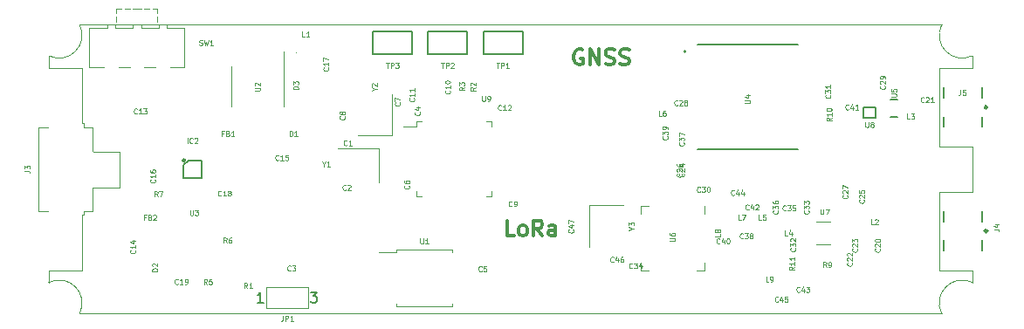
<source format=gbr>
G04 #@! TF.GenerationSoftware,KiCad,Pcbnew,(5.1.5)-3*
G04 #@! TF.CreationDate,2020-05-16T21:03:05+05:30*
G04 #@! TF.ProjectId,ArmTrax,41726d54-7261-4782-9e6b-696361645f70,rev?*
G04 #@! TF.SameCoordinates,Original*
G04 #@! TF.FileFunction,Legend,Top*
G04 #@! TF.FilePolarity,Positive*
%FSLAX46Y46*%
G04 Gerber Fmt 4.6, Leading zero omitted, Abs format (unit mm)*
G04 Created by KiCad (PCBNEW (5.1.5)-3) date 2020-05-16 21:03:05*
%MOMM*%
%LPD*%
G04 APERTURE LIST*
%ADD10C,0.300000*%
%ADD11C,0.120000*%
%ADD12C,0.100000*%
%ADD13C,0.127000*%
%ADD14C,0.200000*%
%ADD15C,0.150000*%
%ADD16C,0.280000*%
%ADD17C,0.254000*%
%ADD18C,0.075000*%
G04 APERTURE END LIST*
D10*
X106957142Y-70178571D02*
X106242857Y-70178571D01*
X106242857Y-68678571D01*
X107671428Y-70178571D02*
X107528571Y-70107142D01*
X107457142Y-70035714D01*
X107385714Y-69892857D01*
X107385714Y-69464285D01*
X107457142Y-69321428D01*
X107528571Y-69250000D01*
X107671428Y-69178571D01*
X107885714Y-69178571D01*
X108028571Y-69250000D01*
X108100000Y-69321428D01*
X108171428Y-69464285D01*
X108171428Y-69892857D01*
X108100000Y-70035714D01*
X108028571Y-70107142D01*
X107885714Y-70178571D01*
X107671428Y-70178571D01*
X109671428Y-70178571D02*
X109171428Y-69464285D01*
X108814285Y-70178571D02*
X108814285Y-68678571D01*
X109385714Y-68678571D01*
X109528571Y-68750000D01*
X109600000Y-68821428D01*
X109671428Y-68964285D01*
X109671428Y-69178571D01*
X109600000Y-69321428D01*
X109528571Y-69392857D01*
X109385714Y-69464285D01*
X108814285Y-69464285D01*
X110957142Y-70178571D02*
X110957142Y-69392857D01*
X110885714Y-69250000D01*
X110742857Y-69178571D01*
X110457142Y-69178571D01*
X110314285Y-69250000D01*
X110957142Y-70107142D02*
X110814285Y-70178571D01*
X110457142Y-70178571D01*
X110314285Y-70107142D01*
X110242857Y-69964285D01*
X110242857Y-69821428D01*
X110314285Y-69678571D01*
X110457142Y-69607142D01*
X110814285Y-69607142D01*
X110957142Y-69535714D01*
X113578571Y-52150000D02*
X113435714Y-52078571D01*
X113221428Y-52078571D01*
X113007142Y-52150000D01*
X112864285Y-52292857D01*
X112792857Y-52435714D01*
X112721428Y-52721428D01*
X112721428Y-52935714D01*
X112792857Y-53221428D01*
X112864285Y-53364285D01*
X113007142Y-53507142D01*
X113221428Y-53578571D01*
X113364285Y-53578571D01*
X113578571Y-53507142D01*
X113650000Y-53435714D01*
X113650000Y-52935714D01*
X113364285Y-52935714D01*
X114292857Y-53578571D02*
X114292857Y-52078571D01*
X115150000Y-53578571D01*
X115150000Y-52078571D01*
X115792857Y-53507142D02*
X116007142Y-53578571D01*
X116364285Y-53578571D01*
X116507142Y-53507142D01*
X116578571Y-53435714D01*
X116650000Y-53292857D01*
X116650000Y-53150000D01*
X116578571Y-53007142D01*
X116507142Y-52935714D01*
X116364285Y-52864285D01*
X116078571Y-52792857D01*
X115935714Y-52721428D01*
X115864285Y-52650000D01*
X115792857Y-52507142D01*
X115792857Y-52364285D01*
X115864285Y-52221428D01*
X115935714Y-52150000D01*
X116078571Y-52078571D01*
X116435714Y-52078571D01*
X116650000Y-52150000D01*
X117221428Y-53507142D02*
X117435714Y-53578571D01*
X117792857Y-53578571D01*
X117935714Y-53507142D01*
X118007142Y-53435714D01*
X118078571Y-53292857D01*
X118078571Y-53150000D01*
X118007142Y-53007142D01*
X117935714Y-52935714D01*
X117792857Y-52864285D01*
X117507142Y-52792857D01*
X117364285Y-52721428D01*
X117292857Y-52650000D01*
X117221428Y-52507142D01*
X117221428Y-52364285D01*
X117292857Y-52221428D01*
X117364285Y-52150000D01*
X117507142Y-52078571D01*
X117864285Y-52078571D01*
X118078571Y-52150000D01*
D11*
X68700000Y-65460000D02*
X68700000Y-65380000D01*
X68410000Y-65460000D02*
X68700000Y-65460000D01*
X68700000Y-64500000D02*
X68700000Y-65400000D01*
X66100000Y-62000000D02*
X66060000Y-61940000D01*
X68700000Y-62000000D02*
X66100000Y-62000000D01*
X68700000Y-64500000D02*
X68700000Y-62000000D01*
X65200000Y-59200000D02*
X65200000Y-59600000D01*
X65000000Y-59200000D02*
X65200000Y-59200000D01*
X65000000Y-53900000D02*
X65000000Y-59200000D01*
X65200000Y-68100000D02*
X65200000Y-67800000D01*
X65000000Y-68100000D02*
X65200000Y-68100000D01*
X65000000Y-73500000D02*
X65000000Y-68100000D01*
X64800000Y-77700000D02*
X73400000Y-77700000D01*
X61800000Y-73500000D02*
X65000000Y-73500000D01*
X61800000Y-74700000D02*
X61800000Y-73500000D01*
X64800000Y-49700000D02*
G75*
G02X61800000Y-52700000I-2000000J-1000000D01*
G01*
X61800000Y-53900000D02*
X65000000Y-53900000D01*
X61800000Y-74700000D02*
G75*
G02X64800000Y-77700000I1000000J-2000000D01*
G01*
X61800000Y-52700000D02*
X61800000Y-53900000D01*
X64800000Y-49700000D02*
X65100000Y-49700000D01*
X69000000Y-49700000D02*
X65100000Y-49700000D01*
X73400000Y-49700000D02*
X69000000Y-49700000D01*
X151400000Y-74700000D02*
X151400000Y-73500000D01*
X151400000Y-61500000D02*
X151400000Y-65900000D01*
X148200000Y-65900000D02*
X151400000Y-65900000D01*
X148200000Y-73500000D02*
X148200000Y-65900000D01*
X151400000Y-73500000D02*
X148200000Y-73500000D01*
X148200000Y-61500000D02*
X151400000Y-61500000D01*
X148200000Y-53900000D02*
X148200000Y-61500000D01*
X151400000Y-53900000D02*
X148200000Y-53900000D01*
X151400000Y-52700000D02*
X151400000Y-53900000D01*
X148400000Y-77700000D02*
X73400000Y-77700000D01*
X148400000Y-77700000D02*
G75*
G02X151400000Y-74700000I2000000J1000000D01*
G01*
X148400000Y-49700000D02*
X73400000Y-49700000D01*
X151400000Y-52700000D02*
G75*
G02X148400000Y-49700000I-1000000J2000000D01*
G01*
X95495000Y-71795000D02*
X93820000Y-71795000D01*
X95495000Y-71535000D02*
X95495000Y-71795000D01*
X98220000Y-71535000D02*
X95495000Y-71535000D01*
X100945000Y-71535000D02*
X100945000Y-71795000D01*
X98220000Y-71535000D02*
X100945000Y-71535000D01*
X95495000Y-76985000D02*
X95495000Y-76725000D01*
X98220000Y-76985000D02*
X95495000Y-76985000D01*
X100945000Y-76985000D02*
X100945000Y-76725000D01*
X98220000Y-76985000D02*
X100945000Y-76985000D01*
X97490000Y-59550000D02*
X96200000Y-59550000D01*
X97490000Y-59100000D02*
X97490000Y-59550000D01*
X97940000Y-59100000D02*
X97490000Y-59100000D01*
X104710000Y-59100000D02*
X104710000Y-59550000D01*
X104260000Y-59100000D02*
X104710000Y-59100000D01*
X97490000Y-66320000D02*
X97490000Y-65870000D01*
X97940000Y-66320000D02*
X97490000Y-66320000D01*
X104710000Y-66320000D02*
X104710000Y-65870000D01*
X104260000Y-66320000D02*
X104710000Y-66320000D01*
D12*
X85825000Y-52410000D02*
G75*
G03X85825000Y-52410000I-50000J0D01*
G01*
D11*
X114250000Y-67225000D02*
X114250000Y-71225000D01*
X117550000Y-67225000D02*
X114250000Y-67225000D01*
X95100000Y-60410000D02*
X95100000Y-56410000D01*
X91800000Y-60410000D02*
X95100000Y-60410000D01*
X93830000Y-61700000D02*
X89830000Y-61700000D01*
X93830000Y-65000000D02*
X93830000Y-61700000D01*
D13*
X142000000Y-58700000D02*
X140800000Y-58700000D01*
X140800000Y-58700000D02*
X140800000Y-57700000D01*
X140800000Y-57700000D02*
X142000000Y-57700000D01*
X142000000Y-57700000D02*
X142000000Y-58700000D01*
D11*
X136220000Y-70980000D02*
X137580000Y-70980000D01*
X136220000Y-68820000D02*
X137580000Y-68820000D01*
X125410000Y-68040000D02*
X125410000Y-67290000D01*
X119190000Y-73510000D02*
X119940000Y-73510000D01*
X119190000Y-72760000D02*
X119190000Y-73510000D01*
X119190000Y-67290000D02*
X119940000Y-67290000D01*
X119190000Y-68040000D02*
X119190000Y-67290000D01*
X125410000Y-73510000D02*
X124660000Y-73510000D01*
X125410000Y-72760000D02*
X125410000Y-73510000D01*
D13*
X143450000Y-58645000D02*
X144150000Y-58645000D01*
X144150000Y-56955000D02*
X143450000Y-56955000D01*
D14*
X123600000Y-52300000D02*
G75*
G03X123600000Y-52300000I-100000J0D01*
G01*
D13*
X124750000Y-61750000D02*
X134450000Y-61750000D01*
X134450000Y-51650000D02*
X124750000Y-51650000D01*
D11*
X84610000Y-55700000D02*
X84610000Y-52250000D01*
X84610000Y-55700000D02*
X84610000Y-57650000D01*
X79490000Y-55700000D02*
X79490000Y-53750000D01*
X79490000Y-55700000D02*
X79490000Y-57650000D01*
D15*
X97050000Y-50310000D02*
X97050000Y-52510000D01*
X93250000Y-50310000D02*
X97050000Y-50310000D01*
X93250000Y-52510000D02*
X93250000Y-50310000D01*
X97050000Y-52510000D02*
X93250000Y-52510000D01*
X102400000Y-50310000D02*
X102400000Y-52510000D01*
X98600000Y-50310000D02*
X102400000Y-50310000D01*
X98600000Y-52510000D02*
X98600000Y-50310000D01*
X102400000Y-52510000D02*
X98600000Y-52510000D01*
X107750000Y-50310000D02*
X107750000Y-52510000D01*
X103950000Y-50310000D02*
X107750000Y-50310000D01*
X103950000Y-52510000D02*
X103950000Y-50310000D01*
X107750000Y-52510000D02*
X103950000Y-52510000D01*
D11*
X70750000Y-48100000D02*
X70750000Y-48100000D01*
X69950000Y-48100000D02*
X70750000Y-48100000D01*
X69650000Y-48100000D02*
X69650000Y-48100000D01*
X69150000Y-48100000D02*
X69650000Y-48100000D01*
X71050000Y-48100000D02*
X71050000Y-48100000D01*
X71550000Y-48100000D02*
X71050000Y-48100000D01*
X72350000Y-49400000D02*
X72350000Y-49400000D01*
X72350000Y-48900000D02*
X72350000Y-49400000D01*
X68350000Y-49400000D02*
X68350000Y-49400000D01*
X68350000Y-48900000D02*
X68350000Y-49400000D01*
X68350000Y-48600000D02*
X68350000Y-48600000D01*
X68350000Y-48100000D02*
X68350000Y-48600000D01*
X68850000Y-48100000D02*
X68850000Y-48100000D01*
X68350000Y-48100000D02*
X68850000Y-48100000D01*
X71850000Y-48100000D02*
X71850000Y-48100000D01*
X72350000Y-48100000D02*
X71850000Y-48100000D01*
X72350000Y-48600000D02*
X72350000Y-48600000D01*
X72350000Y-48100000D02*
X72350000Y-48600000D01*
X74950000Y-50000000D02*
X74950000Y-50000000D01*
X73250000Y-50000000D02*
X74950000Y-50000000D01*
X73250000Y-49700000D02*
X73250000Y-50000000D01*
X72450000Y-49700000D02*
X73250000Y-49700000D01*
X72450000Y-50000000D02*
X72450000Y-49700000D01*
X70750000Y-50000000D02*
X72450000Y-50000000D01*
X70750000Y-49700000D02*
X70750000Y-50000000D01*
X69950000Y-49700000D02*
X70750000Y-49700000D01*
X69950000Y-50000000D02*
X69950000Y-49700000D01*
X68250000Y-50000000D02*
X69950000Y-50000000D01*
X68250000Y-49700000D02*
X68250000Y-50000000D01*
X67450000Y-49700000D02*
X68250000Y-49700000D01*
X67450000Y-50000000D02*
X67450000Y-49700000D01*
X65750000Y-50000000D02*
X67450000Y-50000000D01*
X72150000Y-53800000D02*
X72150000Y-53800000D01*
X71050000Y-53800000D02*
X72150000Y-53800000D01*
X69650000Y-53800000D02*
X69650000Y-53800000D01*
X68550000Y-53800000D02*
X69650000Y-53800000D01*
X74950000Y-53800000D02*
X73550000Y-53800000D01*
X74950000Y-50000000D02*
X74950000Y-53800000D01*
X65750000Y-53800000D02*
X65750000Y-50000000D01*
X67150000Y-53800000D02*
X65750000Y-53800000D01*
X82890000Y-75190000D02*
X86990000Y-75190000D01*
X86990000Y-75190000D02*
X86990000Y-77190000D01*
X86990000Y-77190000D02*
X82890000Y-77190000D01*
X82890000Y-77190000D02*
X82890000Y-75190000D01*
D13*
X148600000Y-55800000D02*
X148600000Y-56800000D01*
X148600000Y-58600000D02*
X148600000Y-59600000D01*
X152310000Y-55800000D02*
X152310000Y-56800000D01*
X152310000Y-58600000D02*
X152310000Y-59600000D01*
D16*
X152840000Y-57700000D02*
G75*
G03X152840000Y-57700000I-140000J0D01*
G01*
D13*
X148600000Y-67800000D02*
X148600000Y-68800000D01*
X148600000Y-70600000D02*
X148600000Y-71600000D01*
X152310000Y-67800000D02*
X152310000Y-68800000D01*
X152310000Y-70600000D02*
X152310000Y-71600000D01*
D16*
X152840000Y-69700000D02*
G75*
G03X152840000Y-69700000I-140000J0D01*
G01*
D11*
X60840000Y-59615000D02*
X61690000Y-59615000D01*
X60840000Y-67785000D02*
X60840000Y-59615000D01*
X61690000Y-67785000D02*
X60840000Y-67785000D01*
X66060000Y-59615000D02*
X66060000Y-61940000D01*
X65210000Y-59615000D02*
X66060000Y-59615000D01*
X66060000Y-65460000D02*
X68450000Y-65460000D01*
X66060000Y-67785000D02*
X66060000Y-65460000D01*
X65210000Y-67785000D02*
X66060000Y-67785000D01*
D17*
X74996000Y-62846000D02*
G75*
G03X74996000Y-62846000I-100000J0D01*
G01*
D14*
X74896000Y-63300000D02*
X75350000Y-62846000D01*
X74896000Y-64554000D02*
X74896000Y-63300000D01*
X76604000Y-64554000D02*
X74896000Y-64554000D01*
X76604000Y-62846000D02*
X76604000Y-64554000D01*
X75350000Y-62846000D02*
X76604000Y-62846000D01*
D12*
X72250000Y-72340000D02*
G75*
G03X72250000Y-72340000I-50000J0D01*
G01*
X84640000Y-60250000D02*
G75*
G03X84640000Y-60250000I-50000J0D01*
G01*
D18*
X97839047Y-70426190D02*
X97839047Y-70830952D01*
X97862857Y-70878571D01*
X97886666Y-70902380D01*
X97934285Y-70926190D01*
X98029523Y-70926190D01*
X98077142Y-70902380D01*
X98100952Y-70878571D01*
X98124761Y-70830952D01*
X98124761Y-70426190D01*
X98624761Y-70926190D02*
X98339047Y-70926190D01*
X98481904Y-70926190D02*
X98481904Y-70426190D01*
X98434285Y-70497619D01*
X98386666Y-70545238D01*
X98339047Y-70569047D01*
X103829047Y-56606190D02*
X103829047Y-57010952D01*
X103852857Y-57058571D01*
X103876666Y-57082380D01*
X103924285Y-57106190D01*
X104019523Y-57106190D01*
X104067142Y-57082380D01*
X104090952Y-57058571D01*
X104114761Y-57010952D01*
X104114761Y-56606190D01*
X104376666Y-57106190D02*
X104471904Y-57106190D01*
X104519523Y-57082380D01*
X104543333Y-57058571D01*
X104590952Y-56987142D01*
X104614761Y-56891904D01*
X104614761Y-56701428D01*
X104590952Y-56653809D01*
X104567142Y-56630000D01*
X104519523Y-56606190D01*
X104424285Y-56606190D01*
X104376666Y-56630000D01*
X104352857Y-56653809D01*
X104329047Y-56701428D01*
X104329047Y-56820476D01*
X104352857Y-56868095D01*
X104376666Y-56891904D01*
X104424285Y-56915714D01*
X104519523Y-56915714D01*
X104567142Y-56891904D01*
X104590952Y-56868095D01*
X104614761Y-56820476D01*
X86006190Y-55949047D02*
X85506190Y-55949047D01*
X85506190Y-55830000D01*
X85530000Y-55758571D01*
X85577619Y-55710952D01*
X85625238Y-55687142D01*
X85720476Y-55663333D01*
X85791904Y-55663333D01*
X85887142Y-55687142D01*
X85934761Y-55710952D01*
X85982380Y-55758571D01*
X86006190Y-55830000D01*
X86006190Y-55949047D01*
X85506190Y-55496666D02*
X85506190Y-55187142D01*
X85696666Y-55353809D01*
X85696666Y-55282380D01*
X85720476Y-55234761D01*
X85744285Y-55210952D01*
X85791904Y-55187142D01*
X85910952Y-55187142D01*
X85958571Y-55210952D01*
X85982380Y-55234761D01*
X86006190Y-55282380D01*
X86006190Y-55425238D01*
X85982380Y-55472857D01*
X85958571Y-55496666D01*
X118338095Y-69463095D02*
X118576190Y-69463095D01*
X118076190Y-69629761D02*
X118338095Y-69463095D01*
X118076190Y-69296428D01*
X118076190Y-69177380D02*
X118076190Y-68867857D01*
X118266666Y-69034523D01*
X118266666Y-68963095D01*
X118290476Y-68915476D01*
X118314285Y-68891666D01*
X118361904Y-68867857D01*
X118480952Y-68867857D01*
X118528571Y-68891666D01*
X118552380Y-68915476D01*
X118576190Y-68963095D01*
X118576190Y-69105952D01*
X118552380Y-69153571D01*
X118528571Y-69177380D01*
X93378095Y-55968095D02*
X93616190Y-55968095D01*
X93116190Y-56134761D02*
X93378095Y-55968095D01*
X93116190Y-55801428D01*
X93163809Y-55658571D02*
X93140000Y-55634761D01*
X93116190Y-55587142D01*
X93116190Y-55468095D01*
X93140000Y-55420476D01*
X93163809Y-55396666D01*
X93211428Y-55372857D01*
X93259047Y-55372857D01*
X93330476Y-55396666D01*
X93616190Y-55682380D01*
X93616190Y-55372857D01*
X88491904Y-63188095D02*
X88491904Y-63426190D01*
X88325238Y-62926190D02*
X88491904Y-63188095D01*
X88658571Y-62926190D01*
X89087142Y-63426190D02*
X88801428Y-63426190D01*
X88944285Y-63426190D02*
X88944285Y-62926190D01*
X88896666Y-62997619D01*
X88849047Y-63045238D01*
X88801428Y-63069047D01*
X141019047Y-59126190D02*
X141019047Y-59530952D01*
X141042857Y-59578571D01*
X141066666Y-59602380D01*
X141114285Y-59626190D01*
X141209523Y-59626190D01*
X141257142Y-59602380D01*
X141280952Y-59578571D01*
X141304761Y-59530952D01*
X141304761Y-59126190D01*
X141614285Y-59340476D02*
X141566666Y-59316666D01*
X141542857Y-59292857D01*
X141519047Y-59245238D01*
X141519047Y-59221428D01*
X141542857Y-59173809D01*
X141566666Y-59150000D01*
X141614285Y-59126190D01*
X141709523Y-59126190D01*
X141757142Y-59150000D01*
X141780952Y-59173809D01*
X141804761Y-59221428D01*
X141804761Y-59245238D01*
X141780952Y-59292857D01*
X141757142Y-59316666D01*
X141709523Y-59340476D01*
X141614285Y-59340476D01*
X141566666Y-59364285D01*
X141542857Y-59388095D01*
X141519047Y-59435714D01*
X141519047Y-59530952D01*
X141542857Y-59578571D01*
X141566666Y-59602380D01*
X141614285Y-59626190D01*
X141709523Y-59626190D01*
X141757142Y-59602380D01*
X141780952Y-59578571D01*
X141804761Y-59530952D01*
X141804761Y-59435714D01*
X141780952Y-59388095D01*
X141757142Y-59364285D01*
X141709523Y-59340476D01*
X136669047Y-67576190D02*
X136669047Y-67980952D01*
X136692857Y-68028571D01*
X136716666Y-68052380D01*
X136764285Y-68076190D01*
X136859523Y-68076190D01*
X136907142Y-68052380D01*
X136930952Y-68028571D01*
X136954761Y-67980952D01*
X136954761Y-67576190D01*
X137145238Y-67576190D02*
X137478571Y-67576190D01*
X137264285Y-68076190D01*
X122026190Y-70680952D02*
X122430952Y-70680952D01*
X122478571Y-70657142D01*
X122502380Y-70633333D01*
X122526190Y-70585714D01*
X122526190Y-70490476D01*
X122502380Y-70442857D01*
X122478571Y-70419047D01*
X122430952Y-70395238D01*
X122026190Y-70395238D01*
X122026190Y-69942857D02*
X122026190Y-70038095D01*
X122050000Y-70085714D01*
X122073809Y-70109523D01*
X122145238Y-70157142D01*
X122240476Y-70180952D01*
X122430952Y-70180952D01*
X122478571Y-70157142D01*
X122502380Y-70133333D01*
X122526190Y-70085714D01*
X122526190Y-69990476D01*
X122502380Y-69942857D01*
X122478571Y-69919047D01*
X122430952Y-69895238D01*
X122311904Y-69895238D01*
X122264285Y-69919047D01*
X122240476Y-69942857D01*
X122216666Y-69990476D01*
X122216666Y-70085714D01*
X122240476Y-70133333D01*
X122264285Y-70157142D01*
X122311904Y-70180952D01*
X143526190Y-56680952D02*
X143930952Y-56680952D01*
X143978571Y-56657142D01*
X144002380Y-56633333D01*
X144026190Y-56585714D01*
X144026190Y-56490476D01*
X144002380Y-56442857D01*
X143978571Y-56419047D01*
X143930952Y-56395238D01*
X143526190Y-56395238D01*
X143526190Y-55919047D02*
X143526190Y-56157142D01*
X143764285Y-56180952D01*
X143740476Y-56157142D01*
X143716666Y-56109523D01*
X143716666Y-55990476D01*
X143740476Y-55942857D01*
X143764285Y-55919047D01*
X143811904Y-55895238D01*
X143930952Y-55895238D01*
X143978571Y-55919047D01*
X144002380Y-55942857D01*
X144026190Y-55990476D01*
X144026190Y-56109523D01*
X144002380Y-56157142D01*
X143978571Y-56180952D01*
X129326190Y-57280952D02*
X129730952Y-57280952D01*
X129778571Y-57257142D01*
X129802380Y-57233333D01*
X129826190Y-57185714D01*
X129826190Y-57090476D01*
X129802380Y-57042857D01*
X129778571Y-57019047D01*
X129730952Y-56995238D01*
X129326190Y-56995238D01*
X129492857Y-56542857D02*
X129826190Y-56542857D01*
X129302380Y-56661904D02*
X129659523Y-56780952D01*
X129659523Y-56471428D01*
X75519047Y-67676190D02*
X75519047Y-68080952D01*
X75542857Y-68128571D01*
X75566666Y-68152380D01*
X75614285Y-68176190D01*
X75709523Y-68176190D01*
X75757142Y-68152380D01*
X75780952Y-68128571D01*
X75804761Y-68080952D01*
X75804761Y-67676190D01*
X75995238Y-67676190D02*
X76304761Y-67676190D01*
X76138095Y-67866666D01*
X76209523Y-67866666D01*
X76257142Y-67890476D01*
X76280952Y-67914285D01*
X76304761Y-67961904D01*
X76304761Y-68080952D01*
X76280952Y-68128571D01*
X76257142Y-68152380D01*
X76209523Y-68176190D01*
X76066666Y-68176190D01*
X76019047Y-68152380D01*
X75995238Y-68128571D01*
X81786190Y-56090952D02*
X82190952Y-56090952D01*
X82238571Y-56067142D01*
X82262380Y-56043333D01*
X82286190Y-55995714D01*
X82286190Y-55900476D01*
X82262380Y-55852857D01*
X82238571Y-55829047D01*
X82190952Y-55805238D01*
X81786190Y-55805238D01*
X81833809Y-55590952D02*
X81810000Y-55567142D01*
X81786190Y-55519523D01*
X81786190Y-55400476D01*
X81810000Y-55352857D01*
X81833809Y-55329047D01*
X81881428Y-55305238D01*
X81929047Y-55305238D01*
X82000476Y-55329047D01*
X82286190Y-55614761D01*
X82286190Y-55305238D01*
X94519047Y-53386190D02*
X94804761Y-53386190D01*
X94661904Y-53886190D02*
X94661904Y-53386190D01*
X94971428Y-53886190D02*
X94971428Y-53386190D01*
X95161904Y-53386190D01*
X95209523Y-53410000D01*
X95233333Y-53433809D01*
X95257142Y-53481428D01*
X95257142Y-53552857D01*
X95233333Y-53600476D01*
X95209523Y-53624285D01*
X95161904Y-53648095D01*
X94971428Y-53648095D01*
X95423809Y-53386190D02*
X95733333Y-53386190D01*
X95566666Y-53576666D01*
X95638095Y-53576666D01*
X95685714Y-53600476D01*
X95709523Y-53624285D01*
X95733333Y-53671904D01*
X95733333Y-53790952D01*
X95709523Y-53838571D01*
X95685714Y-53862380D01*
X95638095Y-53886190D01*
X95495238Y-53886190D01*
X95447619Y-53862380D01*
X95423809Y-53838571D01*
X99869047Y-53386190D02*
X100154761Y-53386190D01*
X100011904Y-53886190D02*
X100011904Y-53386190D01*
X100321428Y-53886190D02*
X100321428Y-53386190D01*
X100511904Y-53386190D01*
X100559523Y-53410000D01*
X100583333Y-53433809D01*
X100607142Y-53481428D01*
X100607142Y-53552857D01*
X100583333Y-53600476D01*
X100559523Y-53624285D01*
X100511904Y-53648095D01*
X100321428Y-53648095D01*
X100797619Y-53433809D02*
X100821428Y-53410000D01*
X100869047Y-53386190D01*
X100988095Y-53386190D01*
X101035714Y-53410000D01*
X101059523Y-53433809D01*
X101083333Y-53481428D01*
X101083333Y-53529047D01*
X101059523Y-53600476D01*
X100773809Y-53886190D01*
X101083333Y-53886190D01*
X105219047Y-53386190D02*
X105504761Y-53386190D01*
X105361904Y-53886190D02*
X105361904Y-53386190D01*
X105671428Y-53886190D02*
X105671428Y-53386190D01*
X105861904Y-53386190D01*
X105909523Y-53410000D01*
X105933333Y-53433809D01*
X105957142Y-53481428D01*
X105957142Y-53552857D01*
X105933333Y-53600476D01*
X105909523Y-53624285D01*
X105861904Y-53648095D01*
X105671428Y-53648095D01*
X106433333Y-53886190D02*
X106147619Y-53886190D01*
X106290476Y-53886190D02*
X106290476Y-53386190D01*
X106242857Y-53457619D01*
X106195238Y-53505238D01*
X106147619Y-53529047D01*
X76413333Y-51652380D02*
X76484761Y-51676190D01*
X76603809Y-51676190D01*
X76651428Y-51652380D01*
X76675238Y-51628571D01*
X76699047Y-51580952D01*
X76699047Y-51533333D01*
X76675238Y-51485714D01*
X76651428Y-51461904D01*
X76603809Y-51438095D01*
X76508571Y-51414285D01*
X76460952Y-51390476D01*
X76437142Y-51366666D01*
X76413333Y-51319047D01*
X76413333Y-51271428D01*
X76437142Y-51223809D01*
X76460952Y-51200000D01*
X76508571Y-51176190D01*
X76627619Y-51176190D01*
X76699047Y-51200000D01*
X76865714Y-51176190D02*
X76984761Y-51676190D01*
X77080000Y-51319047D01*
X77175238Y-51676190D01*
X77294285Y-51176190D01*
X77746666Y-51676190D02*
X77460952Y-51676190D01*
X77603809Y-51676190D02*
X77603809Y-51176190D01*
X77556190Y-51247619D01*
X77508571Y-51295238D01*
X77460952Y-51319047D01*
X134126190Y-73186428D02*
X133888095Y-73353095D01*
X134126190Y-73472142D02*
X133626190Y-73472142D01*
X133626190Y-73281666D01*
X133650000Y-73234047D01*
X133673809Y-73210238D01*
X133721428Y-73186428D01*
X133792857Y-73186428D01*
X133840476Y-73210238D01*
X133864285Y-73234047D01*
X133888095Y-73281666D01*
X133888095Y-73472142D01*
X134126190Y-72710238D02*
X134126190Y-72995952D01*
X134126190Y-72853095D02*
X133626190Y-72853095D01*
X133697619Y-72900714D01*
X133745238Y-72948333D01*
X133769047Y-72995952D01*
X134126190Y-72234047D02*
X134126190Y-72519761D01*
X134126190Y-72376904D02*
X133626190Y-72376904D01*
X133697619Y-72424523D01*
X133745238Y-72472142D01*
X133769047Y-72519761D01*
X137726190Y-58721428D02*
X137488095Y-58888095D01*
X137726190Y-59007142D02*
X137226190Y-59007142D01*
X137226190Y-58816666D01*
X137250000Y-58769047D01*
X137273809Y-58745238D01*
X137321428Y-58721428D01*
X137392857Y-58721428D01*
X137440476Y-58745238D01*
X137464285Y-58769047D01*
X137488095Y-58816666D01*
X137488095Y-59007142D01*
X137726190Y-58245238D02*
X137726190Y-58530952D01*
X137726190Y-58388095D02*
X137226190Y-58388095D01*
X137297619Y-58435714D01*
X137345238Y-58483333D01*
X137369047Y-58530952D01*
X137226190Y-57935714D02*
X137226190Y-57888095D01*
X137250000Y-57840476D01*
X137273809Y-57816666D01*
X137321428Y-57792857D01*
X137416666Y-57769047D01*
X137535714Y-57769047D01*
X137630952Y-57792857D01*
X137678571Y-57816666D01*
X137702380Y-57840476D01*
X137726190Y-57888095D01*
X137726190Y-57935714D01*
X137702380Y-57983333D01*
X137678571Y-58007142D01*
X137630952Y-58030952D01*
X137535714Y-58054761D01*
X137416666Y-58054761D01*
X137321428Y-58030952D01*
X137273809Y-58007142D01*
X137250000Y-57983333D01*
X137226190Y-57935714D01*
X137216666Y-73226190D02*
X137050000Y-72988095D01*
X136930952Y-73226190D02*
X136930952Y-72726190D01*
X137121428Y-72726190D01*
X137169047Y-72750000D01*
X137192857Y-72773809D01*
X137216666Y-72821428D01*
X137216666Y-72892857D01*
X137192857Y-72940476D01*
X137169047Y-72964285D01*
X137121428Y-72988095D01*
X136930952Y-72988095D01*
X137454761Y-73226190D02*
X137550000Y-73226190D01*
X137597619Y-73202380D01*
X137621428Y-73178571D01*
X137669047Y-73107142D01*
X137692857Y-73011904D01*
X137692857Y-72821428D01*
X137669047Y-72773809D01*
X137645238Y-72750000D01*
X137597619Y-72726190D01*
X137502380Y-72726190D01*
X137454761Y-72750000D01*
X137430952Y-72773809D01*
X137407142Y-72821428D01*
X137407142Y-72940476D01*
X137430952Y-72988095D01*
X137454761Y-73011904D01*
X137502380Y-73035714D01*
X137597619Y-73035714D01*
X137645238Y-73011904D01*
X137669047Y-72988095D01*
X137692857Y-72940476D01*
X72356666Y-66356190D02*
X72190000Y-66118095D01*
X72070952Y-66356190D02*
X72070952Y-65856190D01*
X72261428Y-65856190D01*
X72309047Y-65880000D01*
X72332857Y-65903809D01*
X72356666Y-65951428D01*
X72356666Y-66022857D01*
X72332857Y-66070476D01*
X72309047Y-66094285D01*
X72261428Y-66118095D01*
X72070952Y-66118095D01*
X72523333Y-65856190D02*
X72856666Y-65856190D01*
X72642380Y-66356190D01*
X79051666Y-70846190D02*
X78885000Y-70608095D01*
X78765952Y-70846190D02*
X78765952Y-70346190D01*
X78956428Y-70346190D01*
X79004047Y-70370000D01*
X79027857Y-70393809D01*
X79051666Y-70441428D01*
X79051666Y-70512857D01*
X79027857Y-70560476D01*
X79004047Y-70584285D01*
X78956428Y-70608095D01*
X78765952Y-70608095D01*
X79480238Y-70346190D02*
X79385000Y-70346190D01*
X79337380Y-70370000D01*
X79313571Y-70393809D01*
X79265952Y-70465238D01*
X79242142Y-70560476D01*
X79242142Y-70750952D01*
X79265952Y-70798571D01*
X79289761Y-70822380D01*
X79337380Y-70846190D01*
X79432619Y-70846190D01*
X79480238Y-70822380D01*
X79504047Y-70798571D01*
X79527857Y-70750952D01*
X79527857Y-70631904D01*
X79504047Y-70584285D01*
X79480238Y-70560476D01*
X79432619Y-70536666D01*
X79337380Y-70536666D01*
X79289761Y-70560476D01*
X79265952Y-70584285D01*
X79242142Y-70631904D01*
X77141666Y-74866190D02*
X76975000Y-74628095D01*
X76855952Y-74866190D02*
X76855952Y-74366190D01*
X77046428Y-74366190D01*
X77094047Y-74390000D01*
X77117857Y-74413809D01*
X77141666Y-74461428D01*
X77141666Y-74532857D01*
X77117857Y-74580476D01*
X77094047Y-74604285D01*
X77046428Y-74628095D01*
X76855952Y-74628095D01*
X77594047Y-74366190D02*
X77355952Y-74366190D01*
X77332142Y-74604285D01*
X77355952Y-74580476D01*
X77403571Y-74556666D01*
X77522619Y-74556666D01*
X77570238Y-74580476D01*
X77594047Y-74604285D01*
X77617857Y-74651904D01*
X77617857Y-74770952D01*
X77594047Y-74818571D01*
X77570238Y-74842380D01*
X77522619Y-74866190D01*
X77403571Y-74866190D01*
X77355952Y-74842380D01*
X77332142Y-74818571D01*
X102106190Y-55768333D02*
X101868095Y-55935000D01*
X102106190Y-56054047D02*
X101606190Y-56054047D01*
X101606190Y-55863571D01*
X101630000Y-55815952D01*
X101653809Y-55792142D01*
X101701428Y-55768333D01*
X101772857Y-55768333D01*
X101820476Y-55792142D01*
X101844285Y-55815952D01*
X101868095Y-55863571D01*
X101868095Y-56054047D01*
X101606190Y-55601666D02*
X101606190Y-55292142D01*
X101796666Y-55458809D01*
X101796666Y-55387380D01*
X101820476Y-55339761D01*
X101844285Y-55315952D01*
X101891904Y-55292142D01*
X102010952Y-55292142D01*
X102058571Y-55315952D01*
X102082380Y-55339761D01*
X102106190Y-55387380D01*
X102106190Y-55530238D01*
X102082380Y-55577857D01*
X102058571Y-55601666D01*
X103196190Y-55778333D02*
X102958095Y-55945000D01*
X103196190Y-56064047D02*
X102696190Y-56064047D01*
X102696190Y-55873571D01*
X102720000Y-55825952D01*
X102743809Y-55802142D01*
X102791428Y-55778333D01*
X102862857Y-55778333D01*
X102910476Y-55802142D01*
X102934285Y-55825952D01*
X102958095Y-55873571D01*
X102958095Y-56064047D01*
X102743809Y-55587857D02*
X102720000Y-55564047D01*
X102696190Y-55516428D01*
X102696190Y-55397380D01*
X102720000Y-55349761D01*
X102743809Y-55325952D01*
X102791428Y-55302142D01*
X102839047Y-55302142D01*
X102910476Y-55325952D01*
X103196190Y-55611666D01*
X103196190Y-55302142D01*
X81056666Y-75246190D02*
X80890000Y-75008095D01*
X80770952Y-75246190D02*
X80770952Y-74746190D01*
X80961428Y-74746190D01*
X81009047Y-74770000D01*
X81032857Y-74793809D01*
X81056666Y-74841428D01*
X81056666Y-74912857D01*
X81032857Y-74960476D01*
X81009047Y-74984285D01*
X80961428Y-75008095D01*
X80770952Y-75008095D01*
X81532857Y-75246190D02*
X81247142Y-75246190D01*
X81390000Y-75246190D02*
X81390000Y-74746190D01*
X81342380Y-74817619D01*
X81294761Y-74865238D01*
X81247142Y-74889047D01*
X131616666Y-74626190D02*
X131378571Y-74626190D01*
X131378571Y-74126190D01*
X131807142Y-74626190D02*
X131902380Y-74626190D01*
X131950000Y-74602380D01*
X131973809Y-74578571D01*
X132021428Y-74507142D01*
X132045238Y-74411904D01*
X132045238Y-74221428D01*
X132021428Y-74173809D01*
X131997619Y-74150000D01*
X131950000Y-74126190D01*
X131854761Y-74126190D01*
X131807142Y-74150000D01*
X131783333Y-74173809D01*
X131759523Y-74221428D01*
X131759523Y-74340476D01*
X131783333Y-74388095D01*
X131807142Y-74411904D01*
X131854761Y-74435714D01*
X131950000Y-74435714D01*
X131997619Y-74411904D01*
X132021428Y-74388095D01*
X132045238Y-74340476D01*
X126926190Y-69983333D02*
X126926190Y-70221428D01*
X126426190Y-70221428D01*
X126640476Y-69745238D02*
X126616666Y-69792857D01*
X126592857Y-69816666D01*
X126545238Y-69840476D01*
X126521428Y-69840476D01*
X126473809Y-69816666D01*
X126450000Y-69792857D01*
X126426190Y-69745238D01*
X126426190Y-69650000D01*
X126450000Y-69602380D01*
X126473809Y-69578571D01*
X126521428Y-69554761D01*
X126545238Y-69554761D01*
X126592857Y-69578571D01*
X126616666Y-69602380D01*
X126640476Y-69650000D01*
X126640476Y-69745238D01*
X126664285Y-69792857D01*
X126688095Y-69816666D01*
X126735714Y-69840476D01*
X126830952Y-69840476D01*
X126878571Y-69816666D01*
X126902380Y-69792857D01*
X126926190Y-69745238D01*
X126926190Y-69650000D01*
X126902380Y-69602380D01*
X126878571Y-69578571D01*
X126830952Y-69554761D01*
X126735714Y-69554761D01*
X126688095Y-69578571D01*
X126664285Y-69602380D01*
X126640476Y-69650000D01*
X128916666Y-68626190D02*
X128678571Y-68626190D01*
X128678571Y-68126190D01*
X129035714Y-68126190D02*
X129369047Y-68126190D01*
X129154761Y-68626190D01*
X121216666Y-58526190D02*
X120978571Y-58526190D01*
X120978571Y-58026190D01*
X121597619Y-58026190D02*
X121502380Y-58026190D01*
X121454761Y-58050000D01*
X121430952Y-58073809D01*
X121383333Y-58145238D01*
X121359523Y-58240476D01*
X121359523Y-58430952D01*
X121383333Y-58478571D01*
X121407142Y-58502380D01*
X121454761Y-58526190D01*
X121550000Y-58526190D01*
X121597619Y-58502380D01*
X121621428Y-58478571D01*
X121645238Y-58430952D01*
X121645238Y-58311904D01*
X121621428Y-58264285D01*
X121597619Y-58240476D01*
X121550000Y-58216666D01*
X121454761Y-58216666D01*
X121407142Y-58240476D01*
X121383333Y-58264285D01*
X121359523Y-58311904D01*
X130916666Y-68626190D02*
X130678571Y-68626190D01*
X130678571Y-68126190D01*
X131321428Y-68126190D02*
X131083333Y-68126190D01*
X131059523Y-68364285D01*
X131083333Y-68340476D01*
X131130952Y-68316666D01*
X131250000Y-68316666D01*
X131297619Y-68340476D01*
X131321428Y-68364285D01*
X131345238Y-68411904D01*
X131345238Y-68530952D01*
X131321428Y-68578571D01*
X131297619Y-68602380D01*
X131250000Y-68626190D01*
X131130952Y-68626190D01*
X131083333Y-68602380D01*
X131059523Y-68578571D01*
X133466666Y-70126190D02*
X133228571Y-70126190D01*
X133228571Y-69626190D01*
X133847619Y-69792857D02*
X133847619Y-70126190D01*
X133728571Y-69602380D02*
X133609523Y-69959523D01*
X133919047Y-69959523D01*
X145316666Y-58826190D02*
X145078571Y-58826190D01*
X145078571Y-58326190D01*
X145435714Y-58326190D02*
X145745238Y-58326190D01*
X145578571Y-58516666D01*
X145650000Y-58516666D01*
X145697619Y-58540476D01*
X145721428Y-58564285D01*
X145745238Y-58611904D01*
X145745238Y-58730952D01*
X145721428Y-58778571D01*
X145697619Y-58802380D01*
X145650000Y-58826190D01*
X145507142Y-58826190D01*
X145459523Y-58802380D01*
X145435714Y-58778571D01*
X141786666Y-69076190D02*
X141548571Y-69076190D01*
X141548571Y-68576190D01*
X141929523Y-68623809D02*
X141953333Y-68600000D01*
X142000952Y-68576190D01*
X142120000Y-68576190D01*
X142167619Y-68600000D01*
X142191428Y-68623809D01*
X142215238Y-68671428D01*
X142215238Y-68719047D01*
X142191428Y-68790476D01*
X141905714Y-69076190D01*
X142215238Y-69076190D01*
X86636666Y-50856190D02*
X86398571Y-50856190D01*
X86398571Y-50356190D01*
X87065238Y-50856190D02*
X86779523Y-50856190D01*
X86922380Y-50856190D02*
X86922380Y-50356190D01*
X86874761Y-50427619D01*
X86827142Y-50475238D01*
X86779523Y-50499047D01*
X84523333Y-77916190D02*
X84523333Y-78273333D01*
X84499523Y-78344761D01*
X84451904Y-78392380D01*
X84380476Y-78416190D01*
X84332857Y-78416190D01*
X84761428Y-78416190D02*
X84761428Y-77916190D01*
X84951904Y-77916190D01*
X84999523Y-77940000D01*
X85023333Y-77963809D01*
X85047142Y-78011428D01*
X85047142Y-78082857D01*
X85023333Y-78130476D01*
X84999523Y-78154285D01*
X84951904Y-78178095D01*
X84761428Y-78178095D01*
X85523333Y-78416190D02*
X85237619Y-78416190D01*
X85380476Y-78416190D02*
X85380476Y-77916190D01*
X85332857Y-77987619D01*
X85285238Y-78035238D01*
X85237619Y-78059047D01*
D15*
X82625714Y-76642380D02*
X82054285Y-76642380D01*
X82340000Y-76642380D02*
X82340000Y-75642380D01*
X82244761Y-75785238D01*
X82149523Y-75880476D01*
X82054285Y-75928095D01*
X87206666Y-75642380D02*
X87825714Y-75642380D01*
X87492380Y-76023333D01*
X87635238Y-76023333D01*
X87730476Y-76070952D01*
X87778095Y-76118571D01*
X87825714Y-76213809D01*
X87825714Y-76451904D01*
X87778095Y-76547142D01*
X87730476Y-76594761D01*
X87635238Y-76642380D01*
X87349523Y-76642380D01*
X87254285Y-76594761D01*
X87206666Y-76547142D01*
D18*
X150233333Y-56026190D02*
X150233333Y-56383333D01*
X150209523Y-56454761D01*
X150161904Y-56502380D01*
X150090476Y-56526190D01*
X150042857Y-56526190D01*
X150709523Y-56026190D02*
X150471428Y-56026190D01*
X150447619Y-56264285D01*
X150471428Y-56240476D01*
X150519047Y-56216666D01*
X150638095Y-56216666D01*
X150685714Y-56240476D01*
X150709523Y-56264285D01*
X150733333Y-56311904D01*
X150733333Y-56430952D01*
X150709523Y-56478571D01*
X150685714Y-56502380D01*
X150638095Y-56526190D01*
X150519047Y-56526190D01*
X150471428Y-56502380D01*
X150447619Y-56478571D01*
X153466960Y-69541116D02*
X153824103Y-69541116D01*
X153895531Y-69564926D01*
X153943150Y-69612545D01*
X153966960Y-69683973D01*
X153966960Y-69731592D01*
X153633627Y-69088735D02*
X153966960Y-69088735D01*
X153443150Y-69207783D02*
X153800293Y-69326830D01*
X153800293Y-69017307D01*
X59476190Y-63866666D02*
X59833333Y-63866666D01*
X59904761Y-63890476D01*
X59952380Y-63938095D01*
X59976190Y-64009523D01*
X59976190Y-64057142D01*
X59476190Y-63676190D02*
X59476190Y-63366666D01*
X59666666Y-63533333D01*
X59666666Y-63461904D01*
X59690476Y-63414285D01*
X59714285Y-63390476D01*
X59761904Y-63366666D01*
X59880952Y-63366666D01*
X59928571Y-63390476D01*
X59952380Y-63414285D01*
X59976190Y-63461904D01*
X59976190Y-63604761D01*
X59952380Y-63652380D01*
X59928571Y-63676190D01*
X75241904Y-61176190D02*
X75241904Y-60676190D01*
X75765714Y-61128571D02*
X75741904Y-61152380D01*
X75670476Y-61176190D01*
X75622857Y-61176190D01*
X75551428Y-61152380D01*
X75503809Y-61104761D01*
X75480000Y-61057142D01*
X75456190Y-60961904D01*
X75456190Y-60890476D01*
X75480000Y-60795238D01*
X75503809Y-60747619D01*
X75551428Y-60700000D01*
X75622857Y-60676190D01*
X75670476Y-60676190D01*
X75741904Y-60700000D01*
X75765714Y-60723809D01*
X75956190Y-60723809D02*
X75980000Y-60700000D01*
X76027619Y-60676190D01*
X76146666Y-60676190D01*
X76194285Y-60700000D01*
X76218095Y-60723809D01*
X76241904Y-60771428D01*
X76241904Y-60819047D01*
X76218095Y-60890476D01*
X75932380Y-61176190D01*
X76241904Y-61176190D01*
X71193333Y-68364285D02*
X71026666Y-68364285D01*
X71026666Y-68626190D02*
X71026666Y-68126190D01*
X71264761Y-68126190D01*
X71621904Y-68364285D02*
X71693333Y-68388095D01*
X71717142Y-68411904D01*
X71740952Y-68459523D01*
X71740952Y-68530952D01*
X71717142Y-68578571D01*
X71693333Y-68602380D01*
X71645714Y-68626190D01*
X71455238Y-68626190D01*
X71455238Y-68126190D01*
X71621904Y-68126190D01*
X71669523Y-68150000D01*
X71693333Y-68173809D01*
X71717142Y-68221428D01*
X71717142Y-68269047D01*
X71693333Y-68316666D01*
X71669523Y-68340476D01*
X71621904Y-68364285D01*
X71455238Y-68364285D01*
X71931428Y-68173809D02*
X71955238Y-68150000D01*
X72002857Y-68126190D01*
X72121904Y-68126190D01*
X72169523Y-68150000D01*
X72193333Y-68173809D01*
X72217142Y-68221428D01*
X72217142Y-68269047D01*
X72193333Y-68340476D01*
X71907619Y-68626190D01*
X72217142Y-68626190D01*
X78773333Y-60234285D02*
X78606666Y-60234285D01*
X78606666Y-60496190D02*
X78606666Y-59996190D01*
X78844761Y-59996190D01*
X79201904Y-60234285D02*
X79273333Y-60258095D01*
X79297142Y-60281904D01*
X79320952Y-60329523D01*
X79320952Y-60400952D01*
X79297142Y-60448571D01*
X79273333Y-60472380D01*
X79225714Y-60496190D01*
X79035238Y-60496190D01*
X79035238Y-59996190D01*
X79201904Y-59996190D01*
X79249523Y-60020000D01*
X79273333Y-60043809D01*
X79297142Y-60091428D01*
X79297142Y-60139047D01*
X79273333Y-60186666D01*
X79249523Y-60210476D01*
X79201904Y-60234285D01*
X79035238Y-60234285D01*
X79797142Y-60496190D02*
X79511428Y-60496190D01*
X79654285Y-60496190D02*
X79654285Y-59996190D01*
X79606666Y-60067619D01*
X79559047Y-60115238D01*
X79511428Y-60139047D01*
X72346190Y-73609047D02*
X71846190Y-73609047D01*
X71846190Y-73490000D01*
X71870000Y-73418571D01*
X71917619Y-73370952D01*
X71965238Y-73347142D01*
X72060476Y-73323333D01*
X72131904Y-73323333D01*
X72227142Y-73347142D01*
X72274761Y-73370952D01*
X72322380Y-73418571D01*
X72346190Y-73490000D01*
X72346190Y-73609047D01*
X71893809Y-73132857D02*
X71870000Y-73109047D01*
X71846190Y-73061428D01*
X71846190Y-72942380D01*
X71870000Y-72894761D01*
X71893809Y-72870952D01*
X71941428Y-72847142D01*
X71989047Y-72847142D01*
X72060476Y-72870952D01*
X72346190Y-73156666D01*
X72346190Y-72847142D01*
X85170952Y-60486190D02*
X85170952Y-59986190D01*
X85290000Y-59986190D01*
X85361428Y-60010000D01*
X85409047Y-60057619D01*
X85432857Y-60105238D01*
X85456666Y-60200476D01*
X85456666Y-60271904D01*
X85432857Y-60367142D01*
X85409047Y-60414761D01*
X85361428Y-60462380D01*
X85290000Y-60486190D01*
X85170952Y-60486190D01*
X85932857Y-60486190D02*
X85647142Y-60486190D01*
X85790000Y-60486190D02*
X85790000Y-59986190D01*
X85742380Y-60057619D01*
X85694761Y-60105238D01*
X85647142Y-60129047D01*
X112653571Y-69571428D02*
X112677380Y-69595238D01*
X112701190Y-69666666D01*
X112701190Y-69714285D01*
X112677380Y-69785714D01*
X112629761Y-69833333D01*
X112582142Y-69857142D01*
X112486904Y-69880952D01*
X112415476Y-69880952D01*
X112320238Y-69857142D01*
X112272619Y-69833333D01*
X112225000Y-69785714D01*
X112201190Y-69714285D01*
X112201190Y-69666666D01*
X112225000Y-69595238D01*
X112248809Y-69571428D01*
X112367857Y-69142857D02*
X112701190Y-69142857D01*
X112177380Y-69261904D02*
X112534523Y-69380952D01*
X112534523Y-69071428D01*
X112201190Y-68928571D02*
X112201190Y-68595238D01*
X112701190Y-68809523D01*
X116578571Y-72678571D02*
X116554761Y-72702380D01*
X116483333Y-72726190D01*
X116435714Y-72726190D01*
X116364285Y-72702380D01*
X116316666Y-72654761D01*
X116292857Y-72607142D01*
X116269047Y-72511904D01*
X116269047Y-72440476D01*
X116292857Y-72345238D01*
X116316666Y-72297619D01*
X116364285Y-72250000D01*
X116435714Y-72226190D01*
X116483333Y-72226190D01*
X116554761Y-72250000D01*
X116578571Y-72273809D01*
X117007142Y-72392857D02*
X117007142Y-72726190D01*
X116888095Y-72202380D02*
X116769047Y-72559523D01*
X117078571Y-72559523D01*
X117483333Y-72226190D02*
X117388095Y-72226190D01*
X117340476Y-72250000D01*
X117316666Y-72273809D01*
X117269047Y-72345238D01*
X117245238Y-72440476D01*
X117245238Y-72630952D01*
X117269047Y-72678571D01*
X117292857Y-72702380D01*
X117340476Y-72726190D01*
X117435714Y-72726190D01*
X117483333Y-72702380D01*
X117507142Y-72678571D01*
X117530952Y-72630952D01*
X117530952Y-72511904D01*
X117507142Y-72464285D01*
X117483333Y-72440476D01*
X117435714Y-72416666D01*
X117340476Y-72416666D01*
X117292857Y-72440476D01*
X117269047Y-72464285D01*
X117245238Y-72511904D01*
X132528571Y-76528571D02*
X132504761Y-76552380D01*
X132433333Y-76576190D01*
X132385714Y-76576190D01*
X132314285Y-76552380D01*
X132266666Y-76504761D01*
X132242857Y-76457142D01*
X132219047Y-76361904D01*
X132219047Y-76290476D01*
X132242857Y-76195238D01*
X132266666Y-76147619D01*
X132314285Y-76100000D01*
X132385714Y-76076190D01*
X132433333Y-76076190D01*
X132504761Y-76100000D01*
X132528571Y-76123809D01*
X132957142Y-76242857D02*
X132957142Y-76576190D01*
X132838095Y-76052380D02*
X132719047Y-76409523D01*
X133028571Y-76409523D01*
X133457142Y-76076190D02*
X133219047Y-76076190D01*
X133195238Y-76314285D01*
X133219047Y-76290476D01*
X133266666Y-76266666D01*
X133385714Y-76266666D01*
X133433333Y-76290476D01*
X133457142Y-76314285D01*
X133480952Y-76361904D01*
X133480952Y-76480952D01*
X133457142Y-76528571D01*
X133433333Y-76552380D01*
X133385714Y-76576190D01*
X133266666Y-76576190D01*
X133219047Y-76552380D01*
X133195238Y-76528571D01*
X128278571Y-66178571D02*
X128254761Y-66202380D01*
X128183333Y-66226190D01*
X128135714Y-66226190D01*
X128064285Y-66202380D01*
X128016666Y-66154761D01*
X127992857Y-66107142D01*
X127969047Y-66011904D01*
X127969047Y-65940476D01*
X127992857Y-65845238D01*
X128016666Y-65797619D01*
X128064285Y-65750000D01*
X128135714Y-65726190D01*
X128183333Y-65726190D01*
X128254761Y-65750000D01*
X128278571Y-65773809D01*
X128707142Y-65892857D02*
X128707142Y-66226190D01*
X128588095Y-65702380D02*
X128469047Y-66059523D01*
X128778571Y-66059523D01*
X129183333Y-65892857D02*
X129183333Y-66226190D01*
X129064285Y-65702380D02*
X128945238Y-66059523D01*
X129254761Y-66059523D01*
X134628571Y-75578571D02*
X134604761Y-75602380D01*
X134533333Y-75626190D01*
X134485714Y-75626190D01*
X134414285Y-75602380D01*
X134366666Y-75554761D01*
X134342857Y-75507142D01*
X134319047Y-75411904D01*
X134319047Y-75340476D01*
X134342857Y-75245238D01*
X134366666Y-75197619D01*
X134414285Y-75150000D01*
X134485714Y-75126190D01*
X134533333Y-75126190D01*
X134604761Y-75150000D01*
X134628571Y-75173809D01*
X135057142Y-75292857D02*
X135057142Y-75626190D01*
X134938095Y-75102380D02*
X134819047Y-75459523D01*
X135128571Y-75459523D01*
X135271428Y-75126190D02*
X135580952Y-75126190D01*
X135414285Y-75316666D01*
X135485714Y-75316666D01*
X135533333Y-75340476D01*
X135557142Y-75364285D01*
X135580952Y-75411904D01*
X135580952Y-75530952D01*
X135557142Y-75578571D01*
X135533333Y-75602380D01*
X135485714Y-75626190D01*
X135342857Y-75626190D01*
X135295238Y-75602380D01*
X135271428Y-75578571D01*
X129678571Y-67578571D02*
X129654761Y-67602380D01*
X129583333Y-67626190D01*
X129535714Y-67626190D01*
X129464285Y-67602380D01*
X129416666Y-67554761D01*
X129392857Y-67507142D01*
X129369047Y-67411904D01*
X129369047Y-67340476D01*
X129392857Y-67245238D01*
X129416666Y-67197619D01*
X129464285Y-67150000D01*
X129535714Y-67126190D01*
X129583333Y-67126190D01*
X129654761Y-67150000D01*
X129678571Y-67173809D01*
X130107142Y-67292857D02*
X130107142Y-67626190D01*
X129988095Y-67102380D02*
X129869047Y-67459523D01*
X130178571Y-67459523D01*
X130345238Y-67173809D02*
X130369047Y-67150000D01*
X130416666Y-67126190D01*
X130535714Y-67126190D01*
X130583333Y-67150000D01*
X130607142Y-67173809D01*
X130630952Y-67221428D01*
X130630952Y-67269047D01*
X130607142Y-67340476D01*
X130321428Y-67626190D01*
X130630952Y-67626190D01*
X139378571Y-57878571D02*
X139354761Y-57902380D01*
X139283333Y-57926190D01*
X139235714Y-57926190D01*
X139164285Y-57902380D01*
X139116666Y-57854761D01*
X139092857Y-57807142D01*
X139069047Y-57711904D01*
X139069047Y-57640476D01*
X139092857Y-57545238D01*
X139116666Y-57497619D01*
X139164285Y-57450000D01*
X139235714Y-57426190D01*
X139283333Y-57426190D01*
X139354761Y-57450000D01*
X139378571Y-57473809D01*
X139807142Y-57592857D02*
X139807142Y-57926190D01*
X139688095Y-57402380D02*
X139569047Y-57759523D01*
X139878571Y-57759523D01*
X140330952Y-57926190D02*
X140045238Y-57926190D01*
X140188095Y-57926190D02*
X140188095Y-57426190D01*
X140140476Y-57497619D01*
X140092857Y-57545238D01*
X140045238Y-57569047D01*
X126878571Y-70878571D02*
X126854761Y-70902380D01*
X126783333Y-70926190D01*
X126735714Y-70926190D01*
X126664285Y-70902380D01*
X126616666Y-70854761D01*
X126592857Y-70807142D01*
X126569047Y-70711904D01*
X126569047Y-70640476D01*
X126592857Y-70545238D01*
X126616666Y-70497619D01*
X126664285Y-70450000D01*
X126735714Y-70426190D01*
X126783333Y-70426190D01*
X126854761Y-70450000D01*
X126878571Y-70473809D01*
X127307142Y-70592857D02*
X127307142Y-70926190D01*
X127188095Y-70402380D02*
X127069047Y-70759523D01*
X127378571Y-70759523D01*
X127664285Y-70426190D02*
X127711904Y-70426190D01*
X127759523Y-70450000D01*
X127783333Y-70473809D01*
X127807142Y-70521428D01*
X127830952Y-70616666D01*
X127830952Y-70735714D01*
X127807142Y-70830952D01*
X127783333Y-70878571D01*
X127759523Y-70902380D01*
X127711904Y-70926190D01*
X127664285Y-70926190D01*
X127616666Y-70902380D01*
X127592857Y-70878571D01*
X127569047Y-70830952D01*
X127545238Y-70735714D01*
X127545238Y-70616666D01*
X127569047Y-70521428D01*
X127592857Y-70473809D01*
X127616666Y-70450000D01*
X127664285Y-70426190D01*
X121778571Y-60521428D02*
X121802380Y-60545238D01*
X121826190Y-60616666D01*
X121826190Y-60664285D01*
X121802380Y-60735714D01*
X121754761Y-60783333D01*
X121707142Y-60807142D01*
X121611904Y-60830952D01*
X121540476Y-60830952D01*
X121445238Y-60807142D01*
X121397619Y-60783333D01*
X121350000Y-60735714D01*
X121326190Y-60664285D01*
X121326190Y-60616666D01*
X121350000Y-60545238D01*
X121373809Y-60521428D01*
X121326190Y-60354761D02*
X121326190Y-60045238D01*
X121516666Y-60211904D01*
X121516666Y-60140476D01*
X121540476Y-60092857D01*
X121564285Y-60069047D01*
X121611904Y-60045238D01*
X121730952Y-60045238D01*
X121778571Y-60069047D01*
X121802380Y-60092857D01*
X121826190Y-60140476D01*
X121826190Y-60283333D01*
X121802380Y-60330952D01*
X121778571Y-60354761D01*
X121826190Y-59807142D02*
X121826190Y-59711904D01*
X121802380Y-59664285D01*
X121778571Y-59640476D01*
X121707142Y-59592857D01*
X121611904Y-59569047D01*
X121421428Y-59569047D01*
X121373809Y-59592857D01*
X121350000Y-59616666D01*
X121326190Y-59664285D01*
X121326190Y-59759523D01*
X121350000Y-59807142D01*
X121373809Y-59830952D01*
X121421428Y-59854761D01*
X121540476Y-59854761D01*
X121588095Y-59830952D01*
X121611904Y-59807142D01*
X121635714Y-59759523D01*
X121635714Y-59664285D01*
X121611904Y-59616666D01*
X121588095Y-59592857D01*
X121540476Y-59569047D01*
X129128571Y-70378571D02*
X129104761Y-70402380D01*
X129033333Y-70426190D01*
X128985714Y-70426190D01*
X128914285Y-70402380D01*
X128866666Y-70354761D01*
X128842857Y-70307142D01*
X128819047Y-70211904D01*
X128819047Y-70140476D01*
X128842857Y-70045238D01*
X128866666Y-69997619D01*
X128914285Y-69950000D01*
X128985714Y-69926190D01*
X129033333Y-69926190D01*
X129104761Y-69950000D01*
X129128571Y-69973809D01*
X129295238Y-69926190D02*
X129604761Y-69926190D01*
X129438095Y-70116666D01*
X129509523Y-70116666D01*
X129557142Y-70140476D01*
X129580952Y-70164285D01*
X129604761Y-70211904D01*
X129604761Y-70330952D01*
X129580952Y-70378571D01*
X129557142Y-70402380D01*
X129509523Y-70426190D01*
X129366666Y-70426190D01*
X129319047Y-70402380D01*
X129295238Y-70378571D01*
X129890476Y-70140476D02*
X129842857Y-70116666D01*
X129819047Y-70092857D01*
X129795238Y-70045238D01*
X129795238Y-70021428D01*
X129819047Y-69973809D01*
X129842857Y-69950000D01*
X129890476Y-69926190D01*
X129985714Y-69926190D01*
X130033333Y-69950000D01*
X130057142Y-69973809D01*
X130080952Y-70021428D01*
X130080952Y-70045238D01*
X130057142Y-70092857D01*
X130033333Y-70116666D01*
X129985714Y-70140476D01*
X129890476Y-70140476D01*
X129842857Y-70164285D01*
X129819047Y-70188095D01*
X129795238Y-70235714D01*
X129795238Y-70330952D01*
X129819047Y-70378571D01*
X129842857Y-70402380D01*
X129890476Y-70426190D01*
X129985714Y-70426190D01*
X130033333Y-70402380D01*
X130057142Y-70378571D01*
X130080952Y-70330952D01*
X130080952Y-70235714D01*
X130057142Y-70188095D01*
X130033333Y-70164285D01*
X129985714Y-70140476D01*
X123378571Y-61121428D02*
X123402380Y-61145238D01*
X123426190Y-61216666D01*
X123426190Y-61264285D01*
X123402380Y-61335714D01*
X123354761Y-61383333D01*
X123307142Y-61407142D01*
X123211904Y-61430952D01*
X123140476Y-61430952D01*
X123045238Y-61407142D01*
X122997619Y-61383333D01*
X122950000Y-61335714D01*
X122926190Y-61264285D01*
X122926190Y-61216666D01*
X122950000Y-61145238D01*
X122973809Y-61121428D01*
X122926190Y-60954761D02*
X122926190Y-60645238D01*
X123116666Y-60811904D01*
X123116666Y-60740476D01*
X123140476Y-60692857D01*
X123164285Y-60669047D01*
X123211904Y-60645238D01*
X123330952Y-60645238D01*
X123378571Y-60669047D01*
X123402380Y-60692857D01*
X123426190Y-60740476D01*
X123426190Y-60883333D01*
X123402380Y-60930952D01*
X123378571Y-60954761D01*
X122926190Y-60478571D02*
X122926190Y-60145238D01*
X123426190Y-60359523D01*
X132478571Y-67721428D02*
X132502380Y-67745238D01*
X132526190Y-67816666D01*
X132526190Y-67864285D01*
X132502380Y-67935714D01*
X132454761Y-67983333D01*
X132407142Y-68007142D01*
X132311904Y-68030952D01*
X132240476Y-68030952D01*
X132145238Y-68007142D01*
X132097619Y-67983333D01*
X132050000Y-67935714D01*
X132026190Y-67864285D01*
X132026190Y-67816666D01*
X132050000Y-67745238D01*
X132073809Y-67721428D01*
X132026190Y-67554761D02*
X132026190Y-67245238D01*
X132216666Y-67411904D01*
X132216666Y-67340476D01*
X132240476Y-67292857D01*
X132264285Y-67269047D01*
X132311904Y-67245238D01*
X132430952Y-67245238D01*
X132478571Y-67269047D01*
X132502380Y-67292857D01*
X132526190Y-67340476D01*
X132526190Y-67483333D01*
X132502380Y-67530952D01*
X132478571Y-67554761D01*
X132026190Y-66816666D02*
X132026190Y-66911904D01*
X132050000Y-66959523D01*
X132073809Y-66983333D01*
X132145238Y-67030952D01*
X132240476Y-67054761D01*
X132430952Y-67054761D01*
X132478571Y-67030952D01*
X132502380Y-67007142D01*
X132526190Y-66959523D01*
X132526190Y-66864285D01*
X132502380Y-66816666D01*
X132478571Y-66792857D01*
X132430952Y-66769047D01*
X132311904Y-66769047D01*
X132264285Y-66792857D01*
X132240476Y-66816666D01*
X132216666Y-66864285D01*
X132216666Y-66959523D01*
X132240476Y-67007142D01*
X132264285Y-67030952D01*
X132311904Y-67054761D01*
X133278571Y-67678571D02*
X133254761Y-67702380D01*
X133183333Y-67726190D01*
X133135714Y-67726190D01*
X133064285Y-67702380D01*
X133016666Y-67654761D01*
X132992857Y-67607142D01*
X132969047Y-67511904D01*
X132969047Y-67440476D01*
X132992857Y-67345238D01*
X133016666Y-67297619D01*
X133064285Y-67250000D01*
X133135714Y-67226190D01*
X133183333Y-67226190D01*
X133254761Y-67250000D01*
X133278571Y-67273809D01*
X133445238Y-67226190D02*
X133754761Y-67226190D01*
X133588095Y-67416666D01*
X133659523Y-67416666D01*
X133707142Y-67440476D01*
X133730952Y-67464285D01*
X133754761Y-67511904D01*
X133754761Y-67630952D01*
X133730952Y-67678571D01*
X133707142Y-67702380D01*
X133659523Y-67726190D01*
X133516666Y-67726190D01*
X133469047Y-67702380D01*
X133445238Y-67678571D01*
X134207142Y-67226190D02*
X133969047Y-67226190D01*
X133945238Y-67464285D01*
X133969047Y-67440476D01*
X134016666Y-67416666D01*
X134135714Y-67416666D01*
X134183333Y-67440476D01*
X134207142Y-67464285D01*
X134230952Y-67511904D01*
X134230952Y-67630952D01*
X134207142Y-67678571D01*
X134183333Y-67702380D01*
X134135714Y-67726190D01*
X134016666Y-67726190D01*
X133969047Y-67702380D01*
X133945238Y-67678571D01*
X118408571Y-73278571D02*
X118384761Y-73302380D01*
X118313333Y-73326190D01*
X118265714Y-73326190D01*
X118194285Y-73302380D01*
X118146666Y-73254761D01*
X118122857Y-73207142D01*
X118099047Y-73111904D01*
X118099047Y-73040476D01*
X118122857Y-72945238D01*
X118146666Y-72897619D01*
X118194285Y-72850000D01*
X118265714Y-72826190D01*
X118313333Y-72826190D01*
X118384761Y-72850000D01*
X118408571Y-72873809D01*
X118575238Y-72826190D02*
X118884761Y-72826190D01*
X118718095Y-73016666D01*
X118789523Y-73016666D01*
X118837142Y-73040476D01*
X118860952Y-73064285D01*
X118884761Y-73111904D01*
X118884761Y-73230952D01*
X118860952Y-73278571D01*
X118837142Y-73302380D01*
X118789523Y-73326190D01*
X118646666Y-73326190D01*
X118599047Y-73302380D01*
X118575238Y-73278571D01*
X119313333Y-72992857D02*
X119313333Y-73326190D01*
X119194285Y-72802380D02*
X119075238Y-73159523D01*
X119384761Y-73159523D01*
X135478571Y-67721428D02*
X135502380Y-67745238D01*
X135526190Y-67816666D01*
X135526190Y-67864285D01*
X135502380Y-67935714D01*
X135454761Y-67983333D01*
X135407142Y-68007142D01*
X135311904Y-68030952D01*
X135240476Y-68030952D01*
X135145238Y-68007142D01*
X135097619Y-67983333D01*
X135050000Y-67935714D01*
X135026190Y-67864285D01*
X135026190Y-67816666D01*
X135050000Y-67745238D01*
X135073809Y-67721428D01*
X135026190Y-67554761D02*
X135026190Y-67245238D01*
X135216666Y-67411904D01*
X135216666Y-67340476D01*
X135240476Y-67292857D01*
X135264285Y-67269047D01*
X135311904Y-67245238D01*
X135430952Y-67245238D01*
X135478571Y-67269047D01*
X135502380Y-67292857D01*
X135526190Y-67340476D01*
X135526190Y-67483333D01*
X135502380Y-67530952D01*
X135478571Y-67554761D01*
X135026190Y-67078571D02*
X135026190Y-66769047D01*
X135216666Y-66935714D01*
X135216666Y-66864285D01*
X135240476Y-66816666D01*
X135264285Y-66792857D01*
X135311904Y-66769047D01*
X135430952Y-66769047D01*
X135478571Y-66792857D01*
X135502380Y-66816666D01*
X135526190Y-66864285D01*
X135526190Y-67007142D01*
X135502380Y-67054761D01*
X135478571Y-67078571D01*
X134178571Y-71371428D02*
X134202380Y-71395238D01*
X134226190Y-71466666D01*
X134226190Y-71514285D01*
X134202380Y-71585714D01*
X134154761Y-71633333D01*
X134107142Y-71657142D01*
X134011904Y-71680952D01*
X133940476Y-71680952D01*
X133845238Y-71657142D01*
X133797619Y-71633333D01*
X133750000Y-71585714D01*
X133726190Y-71514285D01*
X133726190Y-71466666D01*
X133750000Y-71395238D01*
X133773809Y-71371428D01*
X133726190Y-71204761D02*
X133726190Y-70895238D01*
X133916666Y-71061904D01*
X133916666Y-70990476D01*
X133940476Y-70942857D01*
X133964285Y-70919047D01*
X134011904Y-70895238D01*
X134130952Y-70895238D01*
X134178571Y-70919047D01*
X134202380Y-70942857D01*
X134226190Y-70990476D01*
X134226190Y-71133333D01*
X134202380Y-71180952D01*
X134178571Y-71204761D01*
X133773809Y-70704761D02*
X133750000Y-70680952D01*
X133726190Y-70633333D01*
X133726190Y-70514285D01*
X133750000Y-70466666D01*
X133773809Y-70442857D01*
X133821428Y-70419047D01*
X133869047Y-70419047D01*
X133940476Y-70442857D01*
X134226190Y-70728571D01*
X134226190Y-70419047D01*
X137578571Y-56501428D02*
X137602380Y-56525238D01*
X137626190Y-56596666D01*
X137626190Y-56644285D01*
X137602380Y-56715714D01*
X137554761Y-56763333D01*
X137507142Y-56787142D01*
X137411904Y-56810952D01*
X137340476Y-56810952D01*
X137245238Y-56787142D01*
X137197619Y-56763333D01*
X137150000Y-56715714D01*
X137126190Y-56644285D01*
X137126190Y-56596666D01*
X137150000Y-56525238D01*
X137173809Y-56501428D01*
X137126190Y-56334761D02*
X137126190Y-56025238D01*
X137316666Y-56191904D01*
X137316666Y-56120476D01*
X137340476Y-56072857D01*
X137364285Y-56049047D01*
X137411904Y-56025238D01*
X137530952Y-56025238D01*
X137578571Y-56049047D01*
X137602380Y-56072857D01*
X137626190Y-56120476D01*
X137626190Y-56263333D01*
X137602380Y-56310952D01*
X137578571Y-56334761D01*
X137626190Y-55549047D02*
X137626190Y-55834761D01*
X137626190Y-55691904D02*
X137126190Y-55691904D01*
X137197619Y-55739523D01*
X137245238Y-55787142D01*
X137269047Y-55834761D01*
X124978571Y-65878571D02*
X124954761Y-65902380D01*
X124883333Y-65926190D01*
X124835714Y-65926190D01*
X124764285Y-65902380D01*
X124716666Y-65854761D01*
X124692857Y-65807142D01*
X124669047Y-65711904D01*
X124669047Y-65640476D01*
X124692857Y-65545238D01*
X124716666Y-65497619D01*
X124764285Y-65450000D01*
X124835714Y-65426190D01*
X124883333Y-65426190D01*
X124954761Y-65450000D01*
X124978571Y-65473809D01*
X125145238Y-65426190D02*
X125454761Y-65426190D01*
X125288095Y-65616666D01*
X125359523Y-65616666D01*
X125407142Y-65640476D01*
X125430952Y-65664285D01*
X125454761Y-65711904D01*
X125454761Y-65830952D01*
X125430952Y-65878571D01*
X125407142Y-65902380D01*
X125359523Y-65926190D01*
X125216666Y-65926190D01*
X125169047Y-65902380D01*
X125145238Y-65878571D01*
X125764285Y-65426190D02*
X125811904Y-65426190D01*
X125859523Y-65450000D01*
X125883333Y-65473809D01*
X125907142Y-65521428D01*
X125930952Y-65616666D01*
X125930952Y-65735714D01*
X125907142Y-65830952D01*
X125883333Y-65878571D01*
X125859523Y-65902380D01*
X125811904Y-65926190D01*
X125764285Y-65926190D01*
X125716666Y-65902380D01*
X125692857Y-65878571D01*
X125669047Y-65830952D01*
X125645238Y-65735714D01*
X125645238Y-65616666D01*
X125669047Y-65521428D01*
X125692857Y-65473809D01*
X125716666Y-65450000D01*
X125764285Y-65426190D01*
X142878571Y-55621428D02*
X142902380Y-55645238D01*
X142926190Y-55716666D01*
X142926190Y-55764285D01*
X142902380Y-55835714D01*
X142854761Y-55883333D01*
X142807142Y-55907142D01*
X142711904Y-55930952D01*
X142640476Y-55930952D01*
X142545238Y-55907142D01*
X142497619Y-55883333D01*
X142450000Y-55835714D01*
X142426190Y-55764285D01*
X142426190Y-55716666D01*
X142450000Y-55645238D01*
X142473809Y-55621428D01*
X142473809Y-55430952D02*
X142450000Y-55407142D01*
X142426190Y-55359523D01*
X142426190Y-55240476D01*
X142450000Y-55192857D01*
X142473809Y-55169047D01*
X142521428Y-55145238D01*
X142569047Y-55145238D01*
X142640476Y-55169047D01*
X142926190Y-55454761D01*
X142926190Y-55145238D01*
X142926190Y-54907142D02*
X142926190Y-54811904D01*
X142902380Y-54764285D01*
X142878571Y-54740476D01*
X142807142Y-54692857D01*
X142711904Y-54669047D01*
X142521428Y-54669047D01*
X142473809Y-54692857D01*
X142450000Y-54716666D01*
X142426190Y-54764285D01*
X142426190Y-54859523D01*
X142450000Y-54907142D01*
X142473809Y-54930952D01*
X142521428Y-54954761D01*
X142640476Y-54954761D01*
X142688095Y-54930952D01*
X142711904Y-54907142D01*
X142735714Y-54859523D01*
X142735714Y-54764285D01*
X142711904Y-54716666D01*
X142688095Y-54692857D01*
X142640476Y-54669047D01*
X122778571Y-57478571D02*
X122754761Y-57502380D01*
X122683333Y-57526190D01*
X122635714Y-57526190D01*
X122564285Y-57502380D01*
X122516666Y-57454761D01*
X122492857Y-57407142D01*
X122469047Y-57311904D01*
X122469047Y-57240476D01*
X122492857Y-57145238D01*
X122516666Y-57097619D01*
X122564285Y-57050000D01*
X122635714Y-57026190D01*
X122683333Y-57026190D01*
X122754761Y-57050000D01*
X122778571Y-57073809D01*
X122969047Y-57073809D02*
X122992857Y-57050000D01*
X123040476Y-57026190D01*
X123159523Y-57026190D01*
X123207142Y-57050000D01*
X123230952Y-57073809D01*
X123254761Y-57121428D01*
X123254761Y-57169047D01*
X123230952Y-57240476D01*
X122945238Y-57526190D01*
X123254761Y-57526190D01*
X123540476Y-57240476D02*
X123492857Y-57216666D01*
X123469047Y-57192857D01*
X123445238Y-57145238D01*
X123445238Y-57121428D01*
X123469047Y-57073809D01*
X123492857Y-57050000D01*
X123540476Y-57026190D01*
X123635714Y-57026190D01*
X123683333Y-57050000D01*
X123707142Y-57073809D01*
X123730952Y-57121428D01*
X123730952Y-57145238D01*
X123707142Y-57192857D01*
X123683333Y-57216666D01*
X123635714Y-57240476D01*
X123540476Y-57240476D01*
X123492857Y-57264285D01*
X123469047Y-57288095D01*
X123445238Y-57335714D01*
X123445238Y-57430952D01*
X123469047Y-57478571D01*
X123492857Y-57502380D01*
X123540476Y-57526190D01*
X123635714Y-57526190D01*
X123683333Y-57502380D01*
X123707142Y-57478571D01*
X123730952Y-57430952D01*
X123730952Y-57335714D01*
X123707142Y-57288095D01*
X123683333Y-57264285D01*
X123635714Y-57240476D01*
X139228571Y-66241428D02*
X139252380Y-66265238D01*
X139276190Y-66336666D01*
X139276190Y-66384285D01*
X139252380Y-66455714D01*
X139204761Y-66503333D01*
X139157142Y-66527142D01*
X139061904Y-66550952D01*
X138990476Y-66550952D01*
X138895238Y-66527142D01*
X138847619Y-66503333D01*
X138800000Y-66455714D01*
X138776190Y-66384285D01*
X138776190Y-66336666D01*
X138800000Y-66265238D01*
X138823809Y-66241428D01*
X138823809Y-66050952D02*
X138800000Y-66027142D01*
X138776190Y-65979523D01*
X138776190Y-65860476D01*
X138800000Y-65812857D01*
X138823809Y-65789047D01*
X138871428Y-65765238D01*
X138919047Y-65765238D01*
X138990476Y-65789047D01*
X139276190Y-66074761D01*
X139276190Y-65765238D01*
X138776190Y-65598571D02*
X138776190Y-65265238D01*
X139276190Y-65479523D01*
X123178571Y-64141428D02*
X123202380Y-64165238D01*
X123226190Y-64236666D01*
X123226190Y-64284285D01*
X123202380Y-64355714D01*
X123154761Y-64403333D01*
X123107142Y-64427142D01*
X123011904Y-64450952D01*
X122940476Y-64450952D01*
X122845238Y-64427142D01*
X122797619Y-64403333D01*
X122750000Y-64355714D01*
X122726190Y-64284285D01*
X122726190Y-64236666D01*
X122750000Y-64165238D01*
X122773809Y-64141428D01*
X122773809Y-63950952D02*
X122750000Y-63927142D01*
X122726190Y-63879523D01*
X122726190Y-63760476D01*
X122750000Y-63712857D01*
X122773809Y-63689047D01*
X122821428Y-63665238D01*
X122869047Y-63665238D01*
X122940476Y-63689047D01*
X123226190Y-63974761D01*
X123226190Y-63665238D01*
X122726190Y-63236666D02*
X122726190Y-63331904D01*
X122750000Y-63379523D01*
X122773809Y-63403333D01*
X122845238Y-63450952D01*
X122940476Y-63474761D01*
X123130952Y-63474761D01*
X123178571Y-63450952D01*
X123202380Y-63427142D01*
X123226190Y-63379523D01*
X123226190Y-63284285D01*
X123202380Y-63236666D01*
X123178571Y-63212857D01*
X123130952Y-63189047D01*
X123011904Y-63189047D01*
X122964285Y-63212857D01*
X122940476Y-63236666D01*
X122916666Y-63284285D01*
X122916666Y-63379523D01*
X122940476Y-63427142D01*
X122964285Y-63450952D01*
X123011904Y-63474761D01*
X140848571Y-66671428D02*
X140872380Y-66695238D01*
X140896190Y-66766666D01*
X140896190Y-66814285D01*
X140872380Y-66885714D01*
X140824761Y-66933333D01*
X140777142Y-66957142D01*
X140681904Y-66980952D01*
X140610476Y-66980952D01*
X140515238Y-66957142D01*
X140467619Y-66933333D01*
X140420000Y-66885714D01*
X140396190Y-66814285D01*
X140396190Y-66766666D01*
X140420000Y-66695238D01*
X140443809Y-66671428D01*
X140443809Y-66480952D02*
X140420000Y-66457142D01*
X140396190Y-66409523D01*
X140396190Y-66290476D01*
X140420000Y-66242857D01*
X140443809Y-66219047D01*
X140491428Y-66195238D01*
X140539047Y-66195238D01*
X140610476Y-66219047D01*
X140896190Y-66504761D01*
X140896190Y-66195238D01*
X140396190Y-65742857D02*
X140396190Y-65980952D01*
X140634285Y-66004761D01*
X140610476Y-65980952D01*
X140586666Y-65933333D01*
X140586666Y-65814285D01*
X140610476Y-65766666D01*
X140634285Y-65742857D01*
X140681904Y-65719047D01*
X140800952Y-65719047D01*
X140848571Y-65742857D01*
X140872380Y-65766666D01*
X140896190Y-65814285D01*
X140896190Y-65933333D01*
X140872380Y-65980952D01*
X140848571Y-66004761D01*
X123378571Y-64121428D02*
X123402380Y-64145238D01*
X123426190Y-64216666D01*
X123426190Y-64264285D01*
X123402380Y-64335714D01*
X123354761Y-64383333D01*
X123307142Y-64407142D01*
X123211904Y-64430952D01*
X123140476Y-64430952D01*
X123045238Y-64407142D01*
X122997619Y-64383333D01*
X122950000Y-64335714D01*
X122926190Y-64264285D01*
X122926190Y-64216666D01*
X122950000Y-64145238D01*
X122973809Y-64121428D01*
X122973809Y-63930952D02*
X122950000Y-63907142D01*
X122926190Y-63859523D01*
X122926190Y-63740476D01*
X122950000Y-63692857D01*
X122973809Y-63669047D01*
X123021428Y-63645238D01*
X123069047Y-63645238D01*
X123140476Y-63669047D01*
X123426190Y-63954761D01*
X123426190Y-63645238D01*
X123092857Y-63216666D02*
X123426190Y-63216666D01*
X122902380Y-63335714D02*
X123259523Y-63454761D01*
X123259523Y-63145238D01*
X140178571Y-71421428D02*
X140202380Y-71445238D01*
X140226190Y-71516666D01*
X140226190Y-71564285D01*
X140202380Y-71635714D01*
X140154761Y-71683333D01*
X140107142Y-71707142D01*
X140011904Y-71730952D01*
X139940476Y-71730952D01*
X139845238Y-71707142D01*
X139797619Y-71683333D01*
X139750000Y-71635714D01*
X139726190Y-71564285D01*
X139726190Y-71516666D01*
X139750000Y-71445238D01*
X139773809Y-71421428D01*
X139773809Y-71230952D02*
X139750000Y-71207142D01*
X139726190Y-71159523D01*
X139726190Y-71040476D01*
X139750000Y-70992857D01*
X139773809Y-70969047D01*
X139821428Y-70945238D01*
X139869047Y-70945238D01*
X139940476Y-70969047D01*
X140226190Y-71254761D01*
X140226190Y-70945238D01*
X139726190Y-70778571D02*
X139726190Y-70469047D01*
X139916666Y-70635714D01*
X139916666Y-70564285D01*
X139940476Y-70516666D01*
X139964285Y-70492857D01*
X140011904Y-70469047D01*
X140130952Y-70469047D01*
X140178571Y-70492857D01*
X140202380Y-70516666D01*
X140226190Y-70564285D01*
X140226190Y-70707142D01*
X140202380Y-70754761D01*
X140178571Y-70778571D01*
X139678571Y-72771428D02*
X139702380Y-72795238D01*
X139726190Y-72866666D01*
X139726190Y-72914285D01*
X139702380Y-72985714D01*
X139654761Y-73033333D01*
X139607142Y-73057142D01*
X139511904Y-73080952D01*
X139440476Y-73080952D01*
X139345238Y-73057142D01*
X139297619Y-73033333D01*
X139250000Y-72985714D01*
X139226190Y-72914285D01*
X139226190Y-72866666D01*
X139250000Y-72795238D01*
X139273809Y-72771428D01*
X139273809Y-72580952D02*
X139250000Y-72557142D01*
X139226190Y-72509523D01*
X139226190Y-72390476D01*
X139250000Y-72342857D01*
X139273809Y-72319047D01*
X139321428Y-72295238D01*
X139369047Y-72295238D01*
X139440476Y-72319047D01*
X139726190Y-72604761D01*
X139726190Y-72295238D01*
X139273809Y-72104761D02*
X139250000Y-72080952D01*
X139226190Y-72033333D01*
X139226190Y-71914285D01*
X139250000Y-71866666D01*
X139273809Y-71842857D01*
X139321428Y-71819047D01*
X139369047Y-71819047D01*
X139440476Y-71842857D01*
X139726190Y-72128571D01*
X139726190Y-71819047D01*
X146678571Y-57178571D02*
X146654761Y-57202380D01*
X146583333Y-57226190D01*
X146535714Y-57226190D01*
X146464285Y-57202380D01*
X146416666Y-57154761D01*
X146392857Y-57107142D01*
X146369047Y-57011904D01*
X146369047Y-56940476D01*
X146392857Y-56845238D01*
X146416666Y-56797619D01*
X146464285Y-56750000D01*
X146535714Y-56726190D01*
X146583333Y-56726190D01*
X146654761Y-56750000D01*
X146678571Y-56773809D01*
X146869047Y-56773809D02*
X146892857Y-56750000D01*
X146940476Y-56726190D01*
X147059523Y-56726190D01*
X147107142Y-56750000D01*
X147130952Y-56773809D01*
X147154761Y-56821428D01*
X147154761Y-56869047D01*
X147130952Y-56940476D01*
X146845238Y-57226190D01*
X147154761Y-57226190D01*
X147630952Y-57226190D02*
X147345238Y-57226190D01*
X147488095Y-57226190D02*
X147488095Y-56726190D01*
X147440476Y-56797619D01*
X147392857Y-56845238D01*
X147345238Y-56869047D01*
X142378571Y-71421428D02*
X142402380Y-71445238D01*
X142426190Y-71516666D01*
X142426190Y-71564285D01*
X142402380Y-71635714D01*
X142354761Y-71683333D01*
X142307142Y-71707142D01*
X142211904Y-71730952D01*
X142140476Y-71730952D01*
X142045238Y-71707142D01*
X141997619Y-71683333D01*
X141950000Y-71635714D01*
X141926190Y-71564285D01*
X141926190Y-71516666D01*
X141950000Y-71445238D01*
X141973809Y-71421428D01*
X141973809Y-71230952D02*
X141950000Y-71207142D01*
X141926190Y-71159523D01*
X141926190Y-71040476D01*
X141950000Y-70992857D01*
X141973809Y-70969047D01*
X142021428Y-70945238D01*
X142069047Y-70945238D01*
X142140476Y-70969047D01*
X142426190Y-71254761D01*
X142426190Y-70945238D01*
X141926190Y-70635714D02*
X141926190Y-70588095D01*
X141950000Y-70540476D01*
X141973809Y-70516666D01*
X142021428Y-70492857D01*
X142116666Y-70469047D01*
X142235714Y-70469047D01*
X142330952Y-70492857D01*
X142378571Y-70516666D01*
X142402380Y-70540476D01*
X142426190Y-70588095D01*
X142426190Y-70635714D01*
X142402380Y-70683333D01*
X142378571Y-70707142D01*
X142330952Y-70730952D01*
X142235714Y-70754761D01*
X142116666Y-70754761D01*
X142021428Y-70730952D01*
X141973809Y-70707142D01*
X141950000Y-70683333D01*
X141926190Y-70635714D01*
X74328571Y-74808571D02*
X74304761Y-74832380D01*
X74233333Y-74856190D01*
X74185714Y-74856190D01*
X74114285Y-74832380D01*
X74066666Y-74784761D01*
X74042857Y-74737142D01*
X74019047Y-74641904D01*
X74019047Y-74570476D01*
X74042857Y-74475238D01*
X74066666Y-74427619D01*
X74114285Y-74380000D01*
X74185714Y-74356190D01*
X74233333Y-74356190D01*
X74304761Y-74380000D01*
X74328571Y-74403809D01*
X74804761Y-74856190D02*
X74519047Y-74856190D01*
X74661904Y-74856190D02*
X74661904Y-74356190D01*
X74614285Y-74427619D01*
X74566666Y-74475238D01*
X74519047Y-74499047D01*
X75042857Y-74856190D02*
X75138095Y-74856190D01*
X75185714Y-74832380D01*
X75209523Y-74808571D01*
X75257142Y-74737142D01*
X75280952Y-74641904D01*
X75280952Y-74451428D01*
X75257142Y-74403809D01*
X75233333Y-74380000D01*
X75185714Y-74356190D01*
X75090476Y-74356190D01*
X75042857Y-74380000D01*
X75019047Y-74403809D01*
X74995238Y-74451428D01*
X74995238Y-74570476D01*
X75019047Y-74618095D01*
X75042857Y-74641904D01*
X75090476Y-74665714D01*
X75185714Y-74665714D01*
X75233333Y-74641904D01*
X75257142Y-74618095D01*
X75280952Y-74570476D01*
X78518571Y-66248571D02*
X78494761Y-66272380D01*
X78423333Y-66296190D01*
X78375714Y-66296190D01*
X78304285Y-66272380D01*
X78256666Y-66224761D01*
X78232857Y-66177142D01*
X78209047Y-66081904D01*
X78209047Y-66010476D01*
X78232857Y-65915238D01*
X78256666Y-65867619D01*
X78304285Y-65820000D01*
X78375714Y-65796190D01*
X78423333Y-65796190D01*
X78494761Y-65820000D01*
X78518571Y-65843809D01*
X78994761Y-66296190D02*
X78709047Y-66296190D01*
X78851904Y-66296190D02*
X78851904Y-65796190D01*
X78804285Y-65867619D01*
X78756666Y-65915238D01*
X78709047Y-65939047D01*
X79280476Y-66010476D02*
X79232857Y-65986666D01*
X79209047Y-65962857D01*
X79185238Y-65915238D01*
X79185238Y-65891428D01*
X79209047Y-65843809D01*
X79232857Y-65820000D01*
X79280476Y-65796190D01*
X79375714Y-65796190D01*
X79423333Y-65820000D01*
X79447142Y-65843809D01*
X79470952Y-65891428D01*
X79470952Y-65915238D01*
X79447142Y-65962857D01*
X79423333Y-65986666D01*
X79375714Y-66010476D01*
X79280476Y-66010476D01*
X79232857Y-66034285D01*
X79209047Y-66058095D01*
X79185238Y-66105714D01*
X79185238Y-66200952D01*
X79209047Y-66248571D01*
X79232857Y-66272380D01*
X79280476Y-66296190D01*
X79375714Y-66296190D01*
X79423333Y-66272380D01*
X79447142Y-66248571D01*
X79470952Y-66200952D01*
X79470952Y-66105714D01*
X79447142Y-66058095D01*
X79423333Y-66034285D01*
X79375714Y-66010476D01*
X88878571Y-53851428D02*
X88902380Y-53875238D01*
X88926190Y-53946666D01*
X88926190Y-53994285D01*
X88902380Y-54065714D01*
X88854761Y-54113333D01*
X88807142Y-54137142D01*
X88711904Y-54160952D01*
X88640476Y-54160952D01*
X88545238Y-54137142D01*
X88497619Y-54113333D01*
X88450000Y-54065714D01*
X88426190Y-53994285D01*
X88426190Y-53946666D01*
X88450000Y-53875238D01*
X88473809Y-53851428D01*
X88926190Y-53375238D02*
X88926190Y-53660952D01*
X88926190Y-53518095D02*
X88426190Y-53518095D01*
X88497619Y-53565714D01*
X88545238Y-53613333D01*
X88569047Y-53660952D01*
X88426190Y-53208571D02*
X88426190Y-52875238D01*
X88926190Y-53089523D01*
X72088571Y-64711428D02*
X72112380Y-64735238D01*
X72136190Y-64806666D01*
X72136190Y-64854285D01*
X72112380Y-64925714D01*
X72064761Y-64973333D01*
X72017142Y-64997142D01*
X71921904Y-65020952D01*
X71850476Y-65020952D01*
X71755238Y-64997142D01*
X71707619Y-64973333D01*
X71660000Y-64925714D01*
X71636190Y-64854285D01*
X71636190Y-64806666D01*
X71660000Y-64735238D01*
X71683809Y-64711428D01*
X72136190Y-64235238D02*
X72136190Y-64520952D01*
X72136190Y-64378095D02*
X71636190Y-64378095D01*
X71707619Y-64425714D01*
X71755238Y-64473333D01*
X71779047Y-64520952D01*
X71636190Y-63806666D02*
X71636190Y-63901904D01*
X71660000Y-63949523D01*
X71683809Y-63973333D01*
X71755238Y-64020952D01*
X71850476Y-64044761D01*
X72040952Y-64044761D01*
X72088571Y-64020952D01*
X72112380Y-63997142D01*
X72136190Y-63949523D01*
X72136190Y-63854285D01*
X72112380Y-63806666D01*
X72088571Y-63782857D01*
X72040952Y-63759047D01*
X71921904Y-63759047D01*
X71874285Y-63782857D01*
X71850476Y-63806666D01*
X71826666Y-63854285D01*
X71826666Y-63949523D01*
X71850476Y-63997142D01*
X71874285Y-64020952D01*
X71921904Y-64044761D01*
X84093571Y-62788571D02*
X84069761Y-62812380D01*
X83998333Y-62836190D01*
X83950714Y-62836190D01*
X83879285Y-62812380D01*
X83831666Y-62764761D01*
X83807857Y-62717142D01*
X83784047Y-62621904D01*
X83784047Y-62550476D01*
X83807857Y-62455238D01*
X83831666Y-62407619D01*
X83879285Y-62360000D01*
X83950714Y-62336190D01*
X83998333Y-62336190D01*
X84069761Y-62360000D01*
X84093571Y-62383809D01*
X84569761Y-62836190D02*
X84284047Y-62836190D01*
X84426904Y-62836190D02*
X84426904Y-62336190D01*
X84379285Y-62407619D01*
X84331666Y-62455238D01*
X84284047Y-62479047D01*
X85022142Y-62336190D02*
X84784047Y-62336190D01*
X84760238Y-62574285D01*
X84784047Y-62550476D01*
X84831666Y-62526666D01*
X84950714Y-62526666D01*
X84998333Y-62550476D01*
X85022142Y-62574285D01*
X85045952Y-62621904D01*
X85045952Y-62740952D01*
X85022142Y-62788571D01*
X84998333Y-62812380D01*
X84950714Y-62836190D01*
X84831666Y-62836190D01*
X84784047Y-62812380D01*
X84760238Y-62788571D01*
X70158571Y-71561428D02*
X70182380Y-71585238D01*
X70206190Y-71656666D01*
X70206190Y-71704285D01*
X70182380Y-71775714D01*
X70134761Y-71823333D01*
X70087142Y-71847142D01*
X69991904Y-71870952D01*
X69920476Y-71870952D01*
X69825238Y-71847142D01*
X69777619Y-71823333D01*
X69730000Y-71775714D01*
X69706190Y-71704285D01*
X69706190Y-71656666D01*
X69730000Y-71585238D01*
X69753809Y-71561428D01*
X70206190Y-71085238D02*
X70206190Y-71370952D01*
X70206190Y-71228095D02*
X69706190Y-71228095D01*
X69777619Y-71275714D01*
X69825238Y-71323333D01*
X69849047Y-71370952D01*
X69872857Y-70656666D02*
X70206190Y-70656666D01*
X69682380Y-70775714D02*
X70039523Y-70894761D01*
X70039523Y-70585238D01*
X70358571Y-58288571D02*
X70334761Y-58312380D01*
X70263333Y-58336190D01*
X70215714Y-58336190D01*
X70144285Y-58312380D01*
X70096666Y-58264761D01*
X70072857Y-58217142D01*
X70049047Y-58121904D01*
X70049047Y-58050476D01*
X70072857Y-57955238D01*
X70096666Y-57907619D01*
X70144285Y-57860000D01*
X70215714Y-57836190D01*
X70263333Y-57836190D01*
X70334761Y-57860000D01*
X70358571Y-57883809D01*
X70834761Y-58336190D02*
X70549047Y-58336190D01*
X70691904Y-58336190D02*
X70691904Y-57836190D01*
X70644285Y-57907619D01*
X70596666Y-57955238D01*
X70549047Y-57979047D01*
X71001428Y-57836190D02*
X71310952Y-57836190D01*
X71144285Y-58026666D01*
X71215714Y-58026666D01*
X71263333Y-58050476D01*
X71287142Y-58074285D01*
X71310952Y-58121904D01*
X71310952Y-58240952D01*
X71287142Y-58288571D01*
X71263333Y-58312380D01*
X71215714Y-58336190D01*
X71072857Y-58336190D01*
X71025238Y-58312380D01*
X71001428Y-58288571D01*
X105683571Y-57938571D02*
X105659761Y-57962380D01*
X105588333Y-57986190D01*
X105540714Y-57986190D01*
X105469285Y-57962380D01*
X105421666Y-57914761D01*
X105397857Y-57867142D01*
X105374047Y-57771904D01*
X105374047Y-57700476D01*
X105397857Y-57605238D01*
X105421666Y-57557619D01*
X105469285Y-57510000D01*
X105540714Y-57486190D01*
X105588333Y-57486190D01*
X105659761Y-57510000D01*
X105683571Y-57533809D01*
X106159761Y-57986190D02*
X105874047Y-57986190D01*
X106016904Y-57986190D02*
X106016904Y-57486190D01*
X105969285Y-57557619D01*
X105921666Y-57605238D01*
X105874047Y-57629047D01*
X106350238Y-57533809D02*
X106374047Y-57510000D01*
X106421666Y-57486190D01*
X106540714Y-57486190D01*
X106588333Y-57510000D01*
X106612142Y-57533809D01*
X106635952Y-57581428D01*
X106635952Y-57629047D01*
X106612142Y-57700476D01*
X106326428Y-57986190D01*
X106635952Y-57986190D01*
X97208571Y-56816428D02*
X97232380Y-56840238D01*
X97256190Y-56911666D01*
X97256190Y-56959285D01*
X97232380Y-57030714D01*
X97184761Y-57078333D01*
X97137142Y-57102142D01*
X97041904Y-57125952D01*
X96970476Y-57125952D01*
X96875238Y-57102142D01*
X96827619Y-57078333D01*
X96780000Y-57030714D01*
X96756190Y-56959285D01*
X96756190Y-56911666D01*
X96780000Y-56840238D01*
X96803809Y-56816428D01*
X97256190Y-56340238D02*
X97256190Y-56625952D01*
X97256190Y-56483095D02*
X96756190Y-56483095D01*
X96827619Y-56530714D01*
X96875238Y-56578333D01*
X96899047Y-56625952D01*
X97256190Y-55864047D02*
X97256190Y-56149761D01*
X97256190Y-56006904D02*
X96756190Y-56006904D01*
X96827619Y-56054523D01*
X96875238Y-56102142D01*
X96899047Y-56149761D01*
X100678571Y-56061428D02*
X100702380Y-56085238D01*
X100726190Y-56156666D01*
X100726190Y-56204285D01*
X100702380Y-56275714D01*
X100654761Y-56323333D01*
X100607142Y-56347142D01*
X100511904Y-56370952D01*
X100440476Y-56370952D01*
X100345238Y-56347142D01*
X100297619Y-56323333D01*
X100250000Y-56275714D01*
X100226190Y-56204285D01*
X100226190Y-56156666D01*
X100250000Y-56085238D01*
X100273809Y-56061428D01*
X100726190Y-55585238D02*
X100726190Y-55870952D01*
X100726190Y-55728095D02*
X100226190Y-55728095D01*
X100297619Y-55775714D01*
X100345238Y-55823333D01*
X100369047Y-55870952D01*
X100226190Y-55275714D02*
X100226190Y-55228095D01*
X100250000Y-55180476D01*
X100273809Y-55156666D01*
X100321428Y-55132857D01*
X100416666Y-55109047D01*
X100535714Y-55109047D01*
X100630952Y-55132857D01*
X100678571Y-55156666D01*
X100702380Y-55180476D01*
X100726190Y-55228095D01*
X100726190Y-55275714D01*
X100702380Y-55323333D01*
X100678571Y-55347142D01*
X100630952Y-55370952D01*
X100535714Y-55394761D01*
X100416666Y-55394761D01*
X100321428Y-55370952D01*
X100273809Y-55347142D01*
X100250000Y-55323333D01*
X100226190Y-55275714D01*
X106726666Y-67268571D02*
X106702857Y-67292380D01*
X106631428Y-67316190D01*
X106583809Y-67316190D01*
X106512380Y-67292380D01*
X106464761Y-67244761D01*
X106440952Y-67197142D01*
X106417142Y-67101904D01*
X106417142Y-67030476D01*
X106440952Y-66935238D01*
X106464761Y-66887619D01*
X106512380Y-66840000D01*
X106583809Y-66816190D01*
X106631428Y-66816190D01*
X106702857Y-66840000D01*
X106726666Y-66863809D01*
X106964761Y-67316190D02*
X107060000Y-67316190D01*
X107107619Y-67292380D01*
X107131428Y-67268571D01*
X107179047Y-67197142D01*
X107202857Y-67101904D01*
X107202857Y-66911428D01*
X107179047Y-66863809D01*
X107155238Y-66840000D01*
X107107619Y-66816190D01*
X107012380Y-66816190D01*
X106964761Y-66840000D01*
X106940952Y-66863809D01*
X106917142Y-66911428D01*
X106917142Y-67030476D01*
X106940952Y-67078095D01*
X106964761Y-67101904D01*
X107012380Y-67125714D01*
X107107619Y-67125714D01*
X107155238Y-67101904D01*
X107179047Y-67078095D01*
X107202857Y-67030476D01*
X90478571Y-58573333D02*
X90502380Y-58597142D01*
X90526190Y-58668571D01*
X90526190Y-58716190D01*
X90502380Y-58787619D01*
X90454761Y-58835238D01*
X90407142Y-58859047D01*
X90311904Y-58882857D01*
X90240476Y-58882857D01*
X90145238Y-58859047D01*
X90097619Y-58835238D01*
X90050000Y-58787619D01*
X90026190Y-58716190D01*
X90026190Y-58668571D01*
X90050000Y-58597142D01*
X90073809Y-58573333D01*
X90240476Y-58287619D02*
X90216666Y-58335238D01*
X90192857Y-58359047D01*
X90145238Y-58382857D01*
X90121428Y-58382857D01*
X90073809Y-58359047D01*
X90050000Y-58335238D01*
X90026190Y-58287619D01*
X90026190Y-58192380D01*
X90050000Y-58144761D01*
X90073809Y-58120952D01*
X90121428Y-58097142D01*
X90145238Y-58097142D01*
X90192857Y-58120952D01*
X90216666Y-58144761D01*
X90240476Y-58192380D01*
X90240476Y-58287619D01*
X90264285Y-58335238D01*
X90288095Y-58359047D01*
X90335714Y-58382857D01*
X90430952Y-58382857D01*
X90478571Y-58359047D01*
X90502380Y-58335238D01*
X90526190Y-58287619D01*
X90526190Y-58192380D01*
X90502380Y-58144761D01*
X90478571Y-58120952D01*
X90430952Y-58097142D01*
X90335714Y-58097142D01*
X90288095Y-58120952D01*
X90264285Y-58144761D01*
X90240476Y-58192380D01*
X95818571Y-57243333D02*
X95842380Y-57267142D01*
X95866190Y-57338571D01*
X95866190Y-57386190D01*
X95842380Y-57457619D01*
X95794761Y-57505238D01*
X95747142Y-57529047D01*
X95651904Y-57552857D01*
X95580476Y-57552857D01*
X95485238Y-57529047D01*
X95437619Y-57505238D01*
X95390000Y-57457619D01*
X95366190Y-57386190D01*
X95366190Y-57338571D01*
X95390000Y-57267142D01*
X95413809Y-57243333D01*
X95366190Y-57076666D02*
X95366190Y-56743333D01*
X95866190Y-56957619D01*
X96718571Y-65288333D02*
X96742380Y-65312142D01*
X96766190Y-65383571D01*
X96766190Y-65431190D01*
X96742380Y-65502619D01*
X96694761Y-65550238D01*
X96647142Y-65574047D01*
X96551904Y-65597857D01*
X96480476Y-65597857D01*
X96385238Y-65574047D01*
X96337619Y-65550238D01*
X96290000Y-65502619D01*
X96266190Y-65431190D01*
X96266190Y-65383571D01*
X96290000Y-65312142D01*
X96313809Y-65288333D01*
X96266190Y-64859761D02*
X96266190Y-64955000D01*
X96290000Y-65002619D01*
X96313809Y-65026428D01*
X96385238Y-65074047D01*
X96480476Y-65097857D01*
X96670952Y-65097857D01*
X96718571Y-65074047D01*
X96742380Y-65050238D01*
X96766190Y-65002619D01*
X96766190Y-64907380D01*
X96742380Y-64859761D01*
X96718571Y-64835952D01*
X96670952Y-64812142D01*
X96551904Y-64812142D01*
X96504285Y-64835952D01*
X96480476Y-64859761D01*
X96456666Y-64907380D01*
X96456666Y-65002619D01*
X96480476Y-65050238D01*
X96504285Y-65074047D01*
X96551904Y-65097857D01*
X103796666Y-73568571D02*
X103772857Y-73592380D01*
X103701428Y-73616190D01*
X103653809Y-73616190D01*
X103582380Y-73592380D01*
X103534761Y-73544761D01*
X103510952Y-73497142D01*
X103487142Y-73401904D01*
X103487142Y-73330476D01*
X103510952Y-73235238D01*
X103534761Y-73187619D01*
X103582380Y-73140000D01*
X103653809Y-73116190D01*
X103701428Y-73116190D01*
X103772857Y-73140000D01*
X103796666Y-73163809D01*
X104249047Y-73116190D02*
X104010952Y-73116190D01*
X103987142Y-73354285D01*
X104010952Y-73330476D01*
X104058571Y-73306666D01*
X104177619Y-73306666D01*
X104225238Y-73330476D01*
X104249047Y-73354285D01*
X104272857Y-73401904D01*
X104272857Y-73520952D01*
X104249047Y-73568571D01*
X104225238Y-73592380D01*
X104177619Y-73616190D01*
X104058571Y-73616190D01*
X104010952Y-73592380D01*
X103987142Y-73568571D01*
X97758571Y-58153333D02*
X97782380Y-58177142D01*
X97806190Y-58248571D01*
X97806190Y-58296190D01*
X97782380Y-58367619D01*
X97734761Y-58415238D01*
X97687142Y-58439047D01*
X97591904Y-58462857D01*
X97520476Y-58462857D01*
X97425238Y-58439047D01*
X97377619Y-58415238D01*
X97330000Y-58367619D01*
X97306190Y-58296190D01*
X97306190Y-58248571D01*
X97330000Y-58177142D01*
X97353809Y-58153333D01*
X97472857Y-57724761D02*
X97806190Y-57724761D01*
X97282380Y-57843809D02*
X97639523Y-57962857D01*
X97639523Y-57653333D01*
X85256666Y-73518571D02*
X85232857Y-73542380D01*
X85161428Y-73566190D01*
X85113809Y-73566190D01*
X85042380Y-73542380D01*
X84994761Y-73494761D01*
X84970952Y-73447142D01*
X84947142Y-73351904D01*
X84947142Y-73280476D01*
X84970952Y-73185238D01*
X84994761Y-73137619D01*
X85042380Y-73090000D01*
X85113809Y-73066190D01*
X85161428Y-73066190D01*
X85232857Y-73090000D01*
X85256666Y-73113809D01*
X85423333Y-73066190D02*
X85732857Y-73066190D01*
X85566190Y-73256666D01*
X85637619Y-73256666D01*
X85685238Y-73280476D01*
X85709047Y-73304285D01*
X85732857Y-73351904D01*
X85732857Y-73470952D01*
X85709047Y-73518571D01*
X85685238Y-73542380D01*
X85637619Y-73566190D01*
X85494761Y-73566190D01*
X85447142Y-73542380D01*
X85423333Y-73518571D01*
X90606666Y-65688571D02*
X90582857Y-65712380D01*
X90511428Y-65736190D01*
X90463809Y-65736190D01*
X90392380Y-65712380D01*
X90344761Y-65664761D01*
X90320952Y-65617142D01*
X90297142Y-65521904D01*
X90297142Y-65450476D01*
X90320952Y-65355238D01*
X90344761Y-65307619D01*
X90392380Y-65260000D01*
X90463809Y-65236190D01*
X90511428Y-65236190D01*
X90582857Y-65260000D01*
X90606666Y-65283809D01*
X90797142Y-65283809D02*
X90820952Y-65260000D01*
X90868571Y-65236190D01*
X90987619Y-65236190D01*
X91035238Y-65260000D01*
X91059047Y-65283809D01*
X91082857Y-65331428D01*
X91082857Y-65379047D01*
X91059047Y-65450476D01*
X90773333Y-65736190D01*
X91082857Y-65736190D01*
X90716666Y-61348571D02*
X90692857Y-61372380D01*
X90621428Y-61396190D01*
X90573809Y-61396190D01*
X90502380Y-61372380D01*
X90454761Y-61324761D01*
X90430952Y-61277142D01*
X90407142Y-61181904D01*
X90407142Y-61110476D01*
X90430952Y-61015238D01*
X90454761Y-60967619D01*
X90502380Y-60920000D01*
X90573809Y-60896190D01*
X90621428Y-60896190D01*
X90692857Y-60920000D01*
X90716666Y-60943809D01*
X91192857Y-61396190D02*
X90907142Y-61396190D01*
X91050000Y-61396190D02*
X91050000Y-60896190D01*
X91002380Y-60967619D01*
X90954761Y-61015238D01*
X90907142Y-61039047D01*
M02*

</source>
